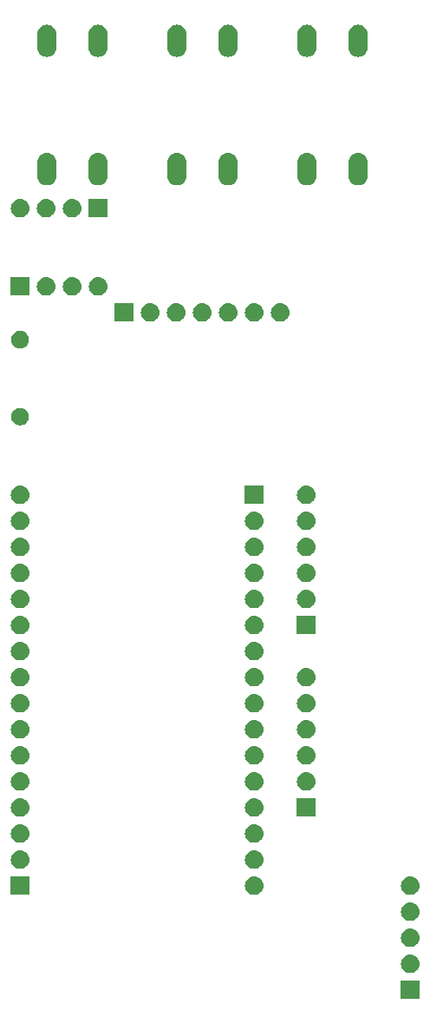
<source format=gbr>
G04 #@! TF.GenerationSoftware,KiCad,Pcbnew,(5.1.0)-1*
G04 #@! TF.CreationDate,2019-04-29T20:29:36+02:00*
G04 #@! TF.ProjectId,diyaltimeter.de,64697961-6c74-4696-9d65-7465722e6465,rev?*
G04 #@! TF.SameCoordinates,Original*
G04 #@! TF.FileFunction,Soldermask,Bot*
G04 #@! TF.FilePolarity,Negative*
%FSLAX46Y46*%
G04 Gerber Fmt 4.6, Leading zero omitted, Abs format (unit mm)*
G04 Created by KiCad (PCBNEW (5.1.0)-1) date 2019-04-29 20:29:36*
%MOMM*%
%LPD*%
G04 APERTURE LIST*
%ADD10C,0.100000*%
G04 APERTURE END LIST*
D10*
G36*
X110121000Y-178701000D02*
G01*
X108319000Y-178701000D01*
X108319000Y-176899000D01*
X110121000Y-176899000D01*
X110121000Y-178701000D01*
X110121000Y-178701000D01*
G37*
G36*
X109330442Y-174365518D02*
G01*
X109396627Y-174372037D01*
X109566466Y-174423557D01*
X109722991Y-174507222D01*
X109758729Y-174536552D01*
X109860186Y-174619814D01*
X109943448Y-174721271D01*
X109972778Y-174757009D01*
X110056443Y-174913534D01*
X110107963Y-175083373D01*
X110125359Y-175260000D01*
X110107963Y-175436627D01*
X110056443Y-175606466D01*
X109972778Y-175762991D01*
X109943448Y-175798729D01*
X109860186Y-175900186D01*
X109758729Y-175983448D01*
X109722991Y-176012778D01*
X109566466Y-176096443D01*
X109396627Y-176147963D01*
X109330443Y-176154481D01*
X109264260Y-176161000D01*
X109175740Y-176161000D01*
X109109557Y-176154481D01*
X109043373Y-176147963D01*
X108873534Y-176096443D01*
X108717009Y-176012778D01*
X108681271Y-175983448D01*
X108579814Y-175900186D01*
X108496552Y-175798729D01*
X108467222Y-175762991D01*
X108383557Y-175606466D01*
X108332037Y-175436627D01*
X108314641Y-175260000D01*
X108332037Y-175083373D01*
X108383557Y-174913534D01*
X108467222Y-174757009D01*
X108496552Y-174721271D01*
X108579814Y-174619814D01*
X108681271Y-174536552D01*
X108717009Y-174507222D01*
X108873534Y-174423557D01*
X109043373Y-174372037D01*
X109109558Y-174365518D01*
X109175740Y-174359000D01*
X109264260Y-174359000D01*
X109330442Y-174365518D01*
X109330442Y-174365518D01*
G37*
G36*
X109330443Y-171825519D02*
G01*
X109396627Y-171832037D01*
X109566466Y-171883557D01*
X109722991Y-171967222D01*
X109758729Y-171996552D01*
X109860186Y-172079814D01*
X109943448Y-172181271D01*
X109972778Y-172217009D01*
X110056443Y-172373534D01*
X110107963Y-172543373D01*
X110125359Y-172720000D01*
X110107963Y-172896627D01*
X110056443Y-173066466D01*
X109972778Y-173222991D01*
X109943448Y-173258729D01*
X109860186Y-173360186D01*
X109758729Y-173443448D01*
X109722991Y-173472778D01*
X109566466Y-173556443D01*
X109396627Y-173607963D01*
X109330443Y-173614481D01*
X109264260Y-173621000D01*
X109175740Y-173621000D01*
X109109557Y-173614481D01*
X109043373Y-173607963D01*
X108873534Y-173556443D01*
X108717009Y-173472778D01*
X108681271Y-173443448D01*
X108579814Y-173360186D01*
X108496552Y-173258729D01*
X108467222Y-173222991D01*
X108383557Y-173066466D01*
X108332037Y-172896627D01*
X108314641Y-172720000D01*
X108332037Y-172543373D01*
X108383557Y-172373534D01*
X108467222Y-172217009D01*
X108496552Y-172181271D01*
X108579814Y-172079814D01*
X108681271Y-171996552D01*
X108717009Y-171967222D01*
X108873534Y-171883557D01*
X109043373Y-171832037D01*
X109109557Y-171825519D01*
X109175740Y-171819000D01*
X109264260Y-171819000D01*
X109330443Y-171825519D01*
X109330443Y-171825519D01*
G37*
G36*
X109330443Y-169285519D02*
G01*
X109396627Y-169292037D01*
X109566466Y-169343557D01*
X109722991Y-169427222D01*
X109758729Y-169456552D01*
X109860186Y-169539814D01*
X109943448Y-169641271D01*
X109972778Y-169677009D01*
X110056443Y-169833534D01*
X110107963Y-170003373D01*
X110125359Y-170180000D01*
X110107963Y-170356627D01*
X110056443Y-170526466D01*
X109972778Y-170682991D01*
X109943448Y-170718729D01*
X109860186Y-170820186D01*
X109758729Y-170903448D01*
X109722991Y-170932778D01*
X109566466Y-171016443D01*
X109396627Y-171067963D01*
X109330443Y-171074481D01*
X109264260Y-171081000D01*
X109175740Y-171081000D01*
X109109557Y-171074481D01*
X109043373Y-171067963D01*
X108873534Y-171016443D01*
X108717009Y-170932778D01*
X108681271Y-170903448D01*
X108579814Y-170820186D01*
X108496552Y-170718729D01*
X108467222Y-170682991D01*
X108383557Y-170526466D01*
X108332037Y-170356627D01*
X108314641Y-170180000D01*
X108332037Y-170003373D01*
X108383557Y-169833534D01*
X108467222Y-169677009D01*
X108496552Y-169641271D01*
X108579814Y-169539814D01*
X108681271Y-169456552D01*
X108717009Y-169427222D01*
X108873534Y-169343557D01*
X109043373Y-169292037D01*
X109109557Y-169285519D01*
X109175740Y-169279000D01*
X109264260Y-169279000D01*
X109330443Y-169285519D01*
X109330443Y-169285519D01*
G37*
G36*
X94090442Y-166745518D02*
G01*
X94156627Y-166752037D01*
X94326466Y-166803557D01*
X94482991Y-166887222D01*
X94518729Y-166916552D01*
X94620186Y-166999814D01*
X94703448Y-167101271D01*
X94732778Y-167137009D01*
X94816443Y-167293534D01*
X94867963Y-167463373D01*
X94885359Y-167640000D01*
X94867963Y-167816627D01*
X94816443Y-167986466D01*
X94732778Y-168142991D01*
X94703448Y-168178729D01*
X94620186Y-168280186D01*
X94518729Y-168363448D01*
X94482991Y-168392778D01*
X94326466Y-168476443D01*
X94156627Y-168527963D01*
X94090442Y-168534482D01*
X94024260Y-168541000D01*
X93935740Y-168541000D01*
X93869558Y-168534482D01*
X93803373Y-168527963D01*
X93633534Y-168476443D01*
X93477009Y-168392778D01*
X93441271Y-168363448D01*
X93339814Y-168280186D01*
X93256552Y-168178729D01*
X93227222Y-168142991D01*
X93143557Y-167986466D01*
X93092037Y-167816627D01*
X93074641Y-167640000D01*
X93092037Y-167463373D01*
X93143557Y-167293534D01*
X93227222Y-167137009D01*
X93256552Y-167101271D01*
X93339814Y-166999814D01*
X93441271Y-166916552D01*
X93477009Y-166887222D01*
X93633534Y-166803557D01*
X93803373Y-166752037D01*
X93869558Y-166745518D01*
X93935740Y-166739000D01*
X94024260Y-166739000D01*
X94090442Y-166745518D01*
X94090442Y-166745518D01*
G37*
G36*
X109330442Y-166745518D02*
G01*
X109396627Y-166752037D01*
X109566466Y-166803557D01*
X109722991Y-166887222D01*
X109758729Y-166916552D01*
X109860186Y-166999814D01*
X109943448Y-167101271D01*
X109972778Y-167137009D01*
X110056443Y-167293534D01*
X110107963Y-167463373D01*
X110125359Y-167640000D01*
X110107963Y-167816627D01*
X110056443Y-167986466D01*
X109972778Y-168142991D01*
X109943448Y-168178729D01*
X109860186Y-168280186D01*
X109758729Y-168363448D01*
X109722991Y-168392778D01*
X109566466Y-168476443D01*
X109396627Y-168527963D01*
X109330442Y-168534482D01*
X109264260Y-168541000D01*
X109175740Y-168541000D01*
X109109558Y-168534482D01*
X109043373Y-168527963D01*
X108873534Y-168476443D01*
X108717009Y-168392778D01*
X108681271Y-168363448D01*
X108579814Y-168280186D01*
X108496552Y-168178729D01*
X108467222Y-168142991D01*
X108383557Y-167986466D01*
X108332037Y-167816627D01*
X108314641Y-167640000D01*
X108332037Y-167463373D01*
X108383557Y-167293534D01*
X108467222Y-167137009D01*
X108496552Y-167101271D01*
X108579814Y-166999814D01*
X108681271Y-166916552D01*
X108717009Y-166887222D01*
X108873534Y-166803557D01*
X109043373Y-166752037D01*
X109109558Y-166745518D01*
X109175740Y-166739000D01*
X109264260Y-166739000D01*
X109330442Y-166745518D01*
X109330442Y-166745518D01*
G37*
G36*
X72021000Y-168541000D02*
G01*
X70219000Y-168541000D01*
X70219000Y-166739000D01*
X72021000Y-166739000D01*
X72021000Y-168541000D01*
X72021000Y-168541000D01*
G37*
G36*
X71230442Y-164205518D02*
G01*
X71296627Y-164212037D01*
X71466466Y-164263557D01*
X71622991Y-164347222D01*
X71658729Y-164376552D01*
X71760186Y-164459814D01*
X71843448Y-164561271D01*
X71872778Y-164597009D01*
X71956443Y-164753534D01*
X72007963Y-164923373D01*
X72025359Y-165100000D01*
X72007963Y-165276627D01*
X71956443Y-165446466D01*
X71872778Y-165602991D01*
X71843448Y-165638729D01*
X71760186Y-165740186D01*
X71658729Y-165823448D01*
X71622991Y-165852778D01*
X71466466Y-165936443D01*
X71296627Y-165987963D01*
X71230443Y-165994481D01*
X71164260Y-166001000D01*
X71075740Y-166001000D01*
X71009557Y-165994481D01*
X70943373Y-165987963D01*
X70773534Y-165936443D01*
X70617009Y-165852778D01*
X70581271Y-165823448D01*
X70479814Y-165740186D01*
X70396552Y-165638729D01*
X70367222Y-165602991D01*
X70283557Y-165446466D01*
X70232037Y-165276627D01*
X70214641Y-165100000D01*
X70232037Y-164923373D01*
X70283557Y-164753534D01*
X70367222Y-164597009D01*
X70396552Y-164561271D01*
X70479814Y-164459814D01*
X70581271Y-164376552D01*
X70617009Y-164347222D01*
X70773534Y-164263557D01*
X70943373Y-164212037D01*
X71009558Y-164205518D01*
X71075740Y-164199000D01*
X71164260Y-164199000D01*
X71230442Y-164205518D01*
X71230442Y-164205518D01*
G37*
G36*
X94090442Y-164205518D02*
G01*
X94156627Y-164212037D01*
X94326466Y-164263557D01*
X94482991Y-164347222D01*
X94518729Y-164376552D01*
X94620186Y-164459814D01*
X94703448Y-164561271D01*
X94732778Y-164597009D01*
X94816443Y-164753534D01*
X94867963Y-164923373D01*
X94885359Y-165100000D01*
X94867963Y-165276627D01*
X94816443Y-165446466D01*
X94732778Y-165602991D01*
X94703448Y-165638729D01*
X94620186Y-165740186D01*
X94518729Y-165823448D01*
X94482991Y-165852778D01*
X94326466Y-165936443D01*
X94156627Y-165987963D01*
X94090443Y-165994481D01*
X94024260Y-166001000D01*
X93935740Y-166001000D01*
X93869557Y-165994481D01*
X93803373Y-165987963D01*
X93633534Y-165936443D01*
X93477009Y-165852778D01*
X93441271Y-165823448D01*
X93339814Y-165740186D01*
X93256552Y-165638729D01*
X93227222Y-165602991D01*
X93143557Y-165446466D01*
X93092037Y-165276627D01*
X93074641Y-165100000D01*
X93092037Y-164923373D01*
X93143557Y-164753534D01*
X93227222Y-164597009D01*
X93256552Y-164561271D01*
X93339814Y-164459814D01*
X93441271Y-164376552D01*
X93477009Y-164347222D01*
X93633534Y-164263557D01*
X93803373Y-164212037D01*
X93869558Y-164205518D01*
X93935740Y-164199000D01*
X94024260Y-164199000D01*
X94090442Y-164205518D01*
X94090442Y-164205518D01*
G37*
G36*
X71230442Y-161665518D02*
G01*
X71296627Y-161672037D01*
X71466466Y-161723557D01*
X71622991Y-161807222D01*
X71658729Y-161836552D01*
X71760186Y-161919814D01*
X71843448Y-162021271D01*
X71872778Y-162057009D01*
X71956443Y-162213534D01*
X72007963Y-162383373D01*
X72025359Y-162560000D01*
X72007963Y-162736627D01*
X71956443Y-162906466D01*
X71872778Y-163062991D01*
X71843448Y-163098729D01*
X71760186Y-163200186D01*
X71658729Y-163283448D01*
X71622991Y-163312778D01*
X71466466Y-163396443D01*
X71296627Y-163447963D01*
X71230442Y-163454482D01*
X71164260Y-163461000D01*
X71075740Y-163461000D01*
X71009558Y-163454482D01*
X70943373Y-163447963D01*
X70773534Y-163396443D01*
X70617009Y-163312778D01*
X70581271Y-163283448D01*
X70479814Y-163200186D01*
X70396552Y-163098729D01*
X70367222Y-163062991D01*
X70283557Y-162906466D01*
X70232037Y-162736627D01*
X70214641Y-162560000D01*
X70232037Y-162383373D01*
X70283557Y-162213534D01*
X70367222Y-162057009D01*
X70396552Y-162021271D01*
X70479814Y-161919814D01*
X70581271Y-161836552D01*
X70617009Y-161807222D01*
X70773534Y-161723557D01*
X70943373Y-161672037D01*
X71009558Y-161665518D01*
X71075740Y-161659000D01*
X71164260Y-161659000D01*
X71230442Y-161665518D01*
X71230442Y-161665518D01*
G37*
G36*
X94090442Y-161665518D02*
G01*
X94156627Y-161672037D01*
X94326466Y-161723557D01*
X94482991Y-161807222D01*
X94518729Y-161836552D01*
X94620186Y-161919814D01*
X94703448Y-162021271D01*
X94732778Y-162057009D01*
X94816443Y-162213534D01*
X94867963Y-162383373D01*
X94885359Y-162560000D01*
X94867963Y-162736627D01*
X94816443Y-162906466D01*
X94732778Y-163062991D01*
X94703448Y-163098729D01*
X94620186Y-163200186D01*
X94518729Y-163283448D01*
X94482991Y-163312778D01*
X94326466Y-163396443D01*
X94156627Y-163447963D01*
X94090442Y-163454482D01*
X94024260Y-163461000D01*
X93935740Y-163461000D01*
X93869558Y-163454482D01*
X93803373Y-163447963D01*
X93633534Y-163396443D01*
X93477009Y-163312778D01*
X93441271Y-163283448D01*
X93339814Y-163200186D01*
X93256552Y-163098729D01*
X93227222Y-163062991D01*
X93143557Y-162906466D01*
X93092037Y-162736627D01*
X93074641Y-162560000D01*
X93092037Y-162383373D01*
X93143557Y-162213534D01*
X93227222Y-162057009D01*
X93256552Y-162021271D01*
X93339814Y-161919814D01*
X93441271Y-161836552D01*
X93477009Y-161807222D01*
X93633534Y-161723557D01*
X93803373Y-161672037D01*
X93869558Y-161665518D01*
X93935740Y-161659000D01*
X94024260Y-161659000D01*
X94090442Y-161665518D01*
X94090442Y-161665518D01*
G37*
G36*
X71230442Y-159125518D02*
G01*
X71296627Y-159132037D01*
X71466466Y-159183557D01*
X71622991Y-159267222D01*
X71658729Y-159296552D01*
X71760186Y-159379814D01*
X71843448Y-159481271D01*
X71872778Y-159517009D01*
X71956443Y-159673534D01*
X72007963Y-159843373D01*
X72025359Y-160020000D01*
X72007963Y-160196627D01*
X71956443Y-160366466D01*
X71872778Y-160522991D01*
X71843448Y-160558729D01*
X71760186Y-160660186D01*
X71658729Y-160743448D01*
X71622991Y-160772778D01*
X71466466Y-160856443D01*
X71296627Y-160907963D01*
X71230442Y-160914482D01*
X71164260Y-160921000D01*
X71075740Y-160921000D01*
X71009558Y-160914482D01*
X70943373Y-160907963D01*
X70773534Y-160856443D01*
X70617009Y-160772778D01*
X70581271Y-160743448D01*
X70479814Y-160660186D01*
X70396552Y-160558729D01*
X70367222Y-160522991D01*
X70283557Y-160366466D01*
X70232037Y-160196627D01*
X70214641Y-160020000D01*
X70232037Y-159843373D01*
X70283557Y-159673534D01*
X70367222Y-159517009D01*
X70396552Y-159481271D01*
X70479814Y-159379814D01*
X70581271Y-159296552D01*
X70617009Y-159267222D01*
X70773534Y-159183557D01*
X70943373Y-159132037D01*
X71009558Y-159125518D01*
X71075740Y-159119000D01*
X71164260Y-159119000D01*
X71230442Y-159125518D01*
X71230442Y-159125518D01*
G37*
G36*
X94090442Y-159125518D02*
G01*
X94156627Y-159132037D01*
X94326466Y-159183557D01*
X94482991Y-159267222D01*
X94518729Y-159296552D01*
X94620186Y-159379814D01*
X94703448Y-159481271D01*
X94732778Y-159517009D01*
X94816443Y-159673534D01*
X94867963Y-159843373D01*
X94885359Y-160020000D01*
X94867963Y-160196627D01*
X94816443Y-160366466D01*
X94732778Y-160522991D01*
X94703448Y-160558729D01*
X94620186Y-160660186D01*
X94518729Y-160743448D01*
X94482991Y-160772778D01*
X94326466Y-160856443D01*
X94156627Y-160907963D01*
X94090442Y-160914482D01*
X94024260Y-160921000D01*
X93935740Y-160921000D01*
X93869558Y-160914482D01*
X93803373Y-160907963D01*
X93633534Y-160856443D01*
X93477009Y-160772778D01*
X93441271Y-160743448D01*
X93339814Y-160660186D01*
X93256552Y-160558729D01*
X93227222Y-160522991D01*
X93143557Y-160366466D01*
X93092037Y-160196627D01*
X93074641Y-160020000D01*
X93092037Y-159843373D01*
X93143557Y-159673534D01*
X93227222Y-159517009D01*
X93256552Y-159481271D01*
X93339814Y-159379814D01*
X93441271Y-159296552D01*
X93477009Y-159267222D01*
X93633534Y-159183557D01*
X93803373Y-159132037D01*
X93869558Y-159125518D01*
X93935740Y-159119000D01*
X94024260Y-159119000D01*
X94090442Y-159125518D01*
X94090442Y-159125518D01*
G37*
G36*
X99961000Y-160921000D02*
G01*
X98159000Y-160921000D01*
X98159000Y-159119000D01*
X99961000Y-159119000D01*
X99961000Y-160921000D01*
X99961000Y-160921000D01*
G37*
G36*
X94090443Y-156585519D02*
G01*
X94156627Y-156592037D01*
X94326466Y-156643557D01*
X94482991Y-156727222D01*
X94518729Y-156756552D01*
X94620186Y-156839814D01*
X94703448Y-156941271D01*
X94732778Y-156977009D01*
X94816443Y-157133534D01*
X94867963Y-157303373D01*
X94885359Y-157480000D01*
X94867963Y-157656627D01*
X94816443Y-157826466D01*
X94732778Y-157982991D01*
X94703448Y-158018729D01*
X94620186Y-158120186D01*
X94518729Y-158203448D01*
X94482991Y-158232778D01*
X94326466Y-158316443D01*
X94156627Y-158367963D01*
X94090442Y-158374482D01*
X94024260Y-158381000D01*
X93935740Y-158381000D01*
X93869558Y-158374482D01*
X93803373Y-158367963D01*
X93633534Y-158316443D01*
X93477009Y-158232778D01*
X93441271Y-158203448D01*
X93339814Y-158120186D01*
X93256552Y-158018729D01*
X93227222Y-157982991D01*
X93143557Y-157826466D01*
X93092037Y-157656627D01*
X93074641Y-157480000D01*
X93092037Y-157303373D01*
X93143557Y-157133534D01*
X93227222Y-156977009D01*
X93256552Y-156941271D01*
X93339814Y-156839814D01*
X93441271Y-156756552D01*
X93477009Y-156727222D01*
X93633534Y-156643557D01*
X93803373Y-156592037D01*
X93869557Y-156585519D01*
X93935740Y-156579000D01*
X94024260Y-156579000D01*
X94090443Y-156585519D01*
X94090443Y-156585519D01*
G37*
G36*
X71230443Y-156585519D02*
G01*
X71296627Y-156592037D01*
X71466466Y-156643557D01*
X71622991Y-156727222D01*
X71658729Y-156756552D01*
X71760186Y-156839814D01*
X71843448Y-156941271D01*
X71872778Y-156977009D01*
X71956443Y-157133534D01*
X72007963Y-157303373D01*
X72025359Y-157480000D01*
X72007963Y-157656627D01*
X71956443Y-157826466D01*
X71872778Y-157982991D01*
X71843448Y-158018729D01*
X71760186Y-158120186D01*
X71658729Y-158203448D01*
X71622991Y-158232778D01*
X71466466Y-158316443D01*
X71296627Y-158367963D01*
X71230442Y-158374482D01*
X71164260Y-158381000D01*
X71075740Y-158381000D01*
X71009558Y-158374482D01*
X70943373Y-158367963D01*
X70773534Y-158316443D01*
X70617009Y-158232778D01*
X70581271Y-158203448D01*
X70479814Y-158120186D01*
X70396552Y-158018729D01*
X70367222Y-157982991D01*
X70283557Y-157826466D01*
X70232037Y-157656627D01*
X70214641Y-157480000D01*
X70232037Y-157303373D01*
X70283557Y-157133534D01*
X70367222Y-156977009D01*
X70396552Y-156941271D01*
X70479814Y-156839814D01*
X70581271Y-156756552D01*
X70617009Y-156727222D01*
X70773534Y-156643557D01*
X70943373Y-156592037D01*
X71009557Y-156585519D01*
X71075740Y-156579000D01*
X71164260Y-156579000D01*
X71230443Y-156585519D01*
X71230443Y-156585519D01*
G37*
G36*
X99170443Y-156585519D02*
G01*
X99236627Y-156592037D01*
X99406466Y-156643557D01*
X99562991Y-156727222D01*
X99598729Y-156756552D01*
X99700186Y-156839814D01*
X99783448Y-156941271D01*
X99812778Y-156977009D01*
X99896443Y-157133534D01*
X99947963Y-157303373D01*
X99965359Y-157480000D01*
X99947963Y-157656627D01*
X99896443Y-157826466D01*
X99812778Y-157982991D01*
X99783448Y-158018729D01*
X99700186Y-158120186D01*
X99598729Y-158203448D01*
X99562991Y-158232778D01*
X99406466Y-158316443D01*
X99236627Y-158367963D01*
X99170442Y-158374482D01*
X99104260Y-158381000D01*
X99015740Y-158381000D01*
X98949558Y-158374482D01*
X98883373Y-158367963D01*
X98713534Y-158316443D01*
X98557009Y-158232778D01*
X98521271Y-158203448D01*
X98419814Y-158120186D01*
X98336552Y-158018729D01*
X98307222Y-157982991D01*
X98223557Y-157826466D01*
X98172037Y-157656627D01*
X98154641Y-157480000D01*
X98172037Y-157303373D01*
X98223557Y-157133534D01*
X98307222Y-156977009D01*
X98336552Y-156941271D01*
X98419814Y-156839814D01*
X98521271Y-156756552D01*
X98557009Y-156727222D01*
X98713534Y-156643557D01*
X98883373Y-156592037D01*
X98949557Y-156585519D01*
X99015740Y-156579000D01*
X99104260Y-156579000D01*
X99170443Y-156585519D01*
X99170443Y-156585519D01*
G37*
G36*
X71230442Y-154045518D02*
G01*
X71296627Y-154052037D01*
X71466466Y-154103557D01*
X71622991Y-154187222D01*
X71658729Y-154216552D01*
X71760186Y-154299814D01*
X71843448Y-154401271D01*
X71872778Y-154437009D01*
X71956443Y-154593534D01*
X72007963Y-154763373D01*
X72025359Y-154940000D01*
X72007963Y-155116627D01*
X71956443Y-155286466D01*
X71872778Y-155442991D01*
X71843448Y-155478729D01*
X71760186Y-155580186D01*
X71658729Y-155663448D01*
X71622991Y-155692778D01*
X71466466Y-155776443D01*
X71296627Y-155827963D01*
X71230442Y-155834482D01*
X71164260Y-155841000D01*
X71075740Y-155841000D01*
X71009558Y-155834482D01*
X70943373Y-155827963D01*
X70773534Y-155776443D01*
X70617009Y-155692778D01*
X70581271Y-155663448D01*
X70479814Y-155580186D01*
X70396552Y-155478729D01*
X70367222Y-155442991D01*
X70283557Y-155286466D01*
X70232037Y-155116627D01*
X70214641Y-154940000D01*
X70232037Y-154763373D01*
X70283557Y-154593534D01*
X70367222Y-154437009D01*
X70396552Y-154401271D01*
X70479814Y-154299814D01*
X70581271Y-154216552D01*
X70617009Y-154187222D01*
X70773534Y-154103557D01*
X70943373Y-154052037D01*
X71009558Y-154045518D01*
X71075740Y-154039000D01*
X71164260Y-154039000D01*
X71230442Y-154045518D01*
X71230442Y-154045518D01*
G37*
G36*
X99170442Y-154045518D02*
G01*
X99236627Y-154052037D01*
X99406466Y-154103557D01*
X99562991Y-154187222D01*
X99598729Y-154216552D01*
X99700186Y-154299814D01*
X99783448Y-154401271D01*
X99812778Y-154437009D01*
X99896443Y-154593534D01*
X99947963Y-154763373D01*
X99965359Y-154940000D01*
X99947963Y-155116627D01*
X99896443Y-155286466D01*
X99812778Y-155442991D01*
X99783448Y-155478729D01*
X99700186Y-155580186D01*
X99598729Y-155663448D01*
X99562991Y-155692778D01*
X99406466Y-155776443D01*
X99236627Y-155827963D01*
X99170442Y-155834482D01*
X99104260Y-155841000D01*
X99015740Y-155841000D01*
X98949558Y-155834482D01*
X98883373Y-155827963D01*
X98713534Y-155776443D01*
X98557009Y-155692778D01*
X98521271Y-155663448D01*
X98419814Y-155580186D01*
X98336552Y-155478729D01*
X98307222Y-155442991D01*
X98223557Y-155286466D01*
X98172037Y-155116627D01*
X98154641Y-154940000D01*
X98172037Y-154763373D01*
X98223557Y-154593534D01*
X98307222Y-154437009D01*
X98336552Y-154401271D01*
X98419814Y-154299814D01*
X98521271Y-154216552D01*
X98557009Y-154187222D01*
X98713534Y-154103557D01*
X98883373Y-154052037D01*
X98949558Y-154045518D01*
X99015740Y-154039000D01*
X99104260Y-154039000D01*
X99170442Y-154045518D01*
X99170442Y-154045518D01*
G37*
G36*
X94090442Y-154045518D02*
G01*
X94156627Y-154052037D01*
X94326466Y-154103557D01*
X94482991Y-154187222D01*
X94518729Y-154216552D01*
X94620186Y-154299814D01*
X94703448Y-154401271D01*
X94732778Y-154437009D01*
X94816443Y-154593534D01*
X94867963Y-154763373D01*
X94885359Y-154940000D01*
X94867963Y-155116627D01*
X94816443Y-155286466D01*
X94732778Y-155442991D01*
X94703448Y-155478729D01*
X94620186Y-155580186D01*
X94518729Y-155663448D01*
X94482991Y-155692778D01*
X94326466Y-155776443D01*
X94156627Y-155827963D01*
X94090442Y-155834482D01*
X94024260Y-155841000D01*
X93935740Y-155841000D01*
X93869558Y-155834482D01*
X93803373Y-155827963D01*
X93633534Y-155776443D01*
X93477009Y-155692778D01*
X93441271Y-155663448D01*
X93339814Y-155580186D01*
X93256552Y-155478729D01*
X93227222Y-155442991D01*
X93143557Y-155286466D01*
X93092037Y-155116627D01*
X93074641Y-154940000D01*
X93092037Y-154763373D01*
X93143557Y-154593534D01*
X93227222Y-154437009D01*
X93256552Y-154401271D01*
X93339814Y-154299814D01*
X93441271Y-154216552D01*
X93477009Y-154187222D01*
X93633534Y-154103557D01*
X93803373Y-154052037D01*
X93869558Y-154045518D01*
X93935740Y-154039000D01*
X94024260Y-154039000D01*
X94090442Y-154045518D01*
X94090442Y-154045518D01*
G37*
G36*
X94090443Y-151505519D02*
G01*
X94156627Y-151512037D01*
X94326466Y-151563557D01*
X94482991Y-151647222D01*
X94518729Y-151676552D01*
X94620186Y-151759814D01*
X94703448Y-151861271D01*
X94732778Y-151897009D01*
X94816443Y-152053534D01*
X94867963Y-152223373D01*
X94885359Y-152400000D01*
X94867963Y-152576627D01*
X94816443Y-152746466D01*
X94732778Y-152902991D01*
X94703448Y-152938729D01*
X94620186Y-153040186D01*
X94518729Y-153123448D01*
X94482991Y-153152778D01*
X94326466Y-153236443D01*
X94156627Y-153287963D01*
X94090443Y-153294481D01*
X94024260Y-153301000D01*
X93935740Y-153301000D01*
X93869557Y-153294481D01*
X93803373Y-153287963D01*
X93633534Y-153236443D01*
X93477009Y-153152778D01*
X93441271Y-153123448D01*
X93339814Y-153040186D01*
X93256552Y-152938729D01*
X93227222Y-152902991D01*
X93143557Y-152746466D01*
X93092037Y-152576627D01*
X93074641Y-152400000D01*
X93092037Y-152223373D01*
X93143557Y-152053534D01*
X93227222Y-151897009D01*
X93256552Y-151861271D01*
X93339814Y-151759814D01*
X93441271Y-151676552D01*
X93477009Y-151647222D01*
X93633534Y-151563557D01*
X93803373Y-151512037D01*
X93869557Y-151505519D01*
X93935740Y-151499000D01*
X94024260Y-151499000D01*
X94090443Y-151505519D01*
X94090443Y-151505519D01*
G37*
G36*
X99170443Y-151505519D02*
G01*
X99236627Y-151512037D01*
X99406466Y-151563557D01*
X99562991Y-151647222D01*
X99598729Y-151676552D01*
X99700186Y-151759814D01*
X99783448Y-151861271D01*
X99812778Y-151897009D01*
X99896443Y-152053534D01*
X99947963Y-152223373D01*
X99965359Y-152400000D01*
X99947963Y-152576627D01*
X99896443Y-152746466D01*
X99812778Y-152902991D01*
X99783448Y-152938729D01*
X99700186Y-153040186D01*
X99598729Y-153123448D01*
X99562991Y-153152778D01*
X99406466Y-153236443D01*
X99236627Y-153287963D01*
X99170443Y-153294481D01*
X99104260Y-153301000D01*
X99015740Y-153301000D01*
X98949557Y-153294481D01*
X98883373Y-153287963D01*
X98713534Y-153236443D01*
X98557009Y-153152778D01*
X98521271Y-153123448D01*
X98419814Y-153040186D01*
X98336552Y-152938729D01*
X98307222Y-152902991D01*
X98223557Y-152746466D01*
X98172037Y-152576627D01*
X98154641Y-152400000D01*
X98172037Y-152223373D01*
X98223557Y-152053534D01*
X98307222Y-151897009D01*
X98336552Y-151861271D01*
X98419814Y-151759814D01*
X98521271Y-151676552D01*
X98557009Y-151647222D01*
X98713534Y-151563557D01*
X98883373Y-151512037D01*
X98949557Y-151505519D01*
X99015740Y-151499000D01*
X99104260Y-151499000D01*
X99170443Y-151505519D01*
X99170443Y-151505519D01*
G37*
G36*
X71230443Y-151505519D02*
G01*
X71296627Y-151512037D01*
X71466466Y-151563557D01*
X71622991Y-151647222D01*
X71658729Y-151676552D01*
X71760186Y-151759814D01*
X71843448Y-151861271D01*
X71872778Y-151897009D01*
X71956443Y-152053534D01*
X72007963Y-152223373D01*
X72025359Y-152400000D01*
X72007963Y-152576627D01*
X71956443Y-152746466D01*
X71872778Y-152902991D01*
X71843448Y-152938729D01*
X71760186Y-153040186D01*
X71658729Y-153123448D01*
X71622991Y-153152778D01*
X71466466Y-153236443D01*
X71296627Y-153287963D01*
X71230443Y-153294481D01*
X71164260Y-153301000D01*
X71075740Y-153301000D01*
X71009557Y-153294481D01*
X70943373Y-153287963D01*
X70773534Y-153236443D01*
X70617009Y-153152778D01*
X70581271Y-153123448D01*
X70479814Y-153040186D01*
X70396552Y-152938729D01*
X70367222Y-152902991D01*
X70283557Y-152746466D01*
X70232037Y-152576627D01*
X70214641Y-152400000D01*
X70232037Y-152223373D01*
X70283557Y-152053534D01*
X70367222Y-151897009D01*
X70396552Y-151861271D01*
X70479814Y-151759814D01*
X70581271Y-151676552D01*
X70617009Y-151647222D01*
X70773534Y-151563557D01*
X70943373Y-151512037D01*
X71009557Y-151505519D01*
X71075740Y-151499000D01*
X71164260Y-151499000D01*
X71230443Y-151505519D01*
X71230443Y-151505519D01*
G37*
G36*
X99170443Y-148965519D02*
G01*
X99236627Y-148972037D01*
X99406466Y-149023557D01*
X99562991Y-149107222D01*
X99598729Y-149136552D01*
X99700186Y-149219814D01*
X99783448Y-149321271D01*
X99812778Y-149357009D01*
X99896443Y-149513534D01*
X99947963Y-149683373D01*
X99965359Y-149860000D01*
X99947963Y-150036627D01*
X99896443Y-150206466D01*
X99812778Y-150362991D01*
X99783448Y-150398729D01*
X99700186Y-150500186D01*
X99598729Y-150583448D01*
X99562991Y-150612778D01*
X99406466Y-150696443D01*
X99236627Y-150747963D01*
X99170443Y-150754481D01*
X99104260Y-150761000D01*
X99015740Y-150761000D01*
X98949557Y-150754481D01*
X98883373Y-150747963D01*
X98713534Y-150696443D01*
X98557009Y-150612778D01*
X98521271Y-150583448D01*
X98419814Y-150500186D01*
X98336552Y-150398729D01*
X98307222Y-150362991D01*
X98223557Y-150206466D01*
X98172037Y-150036627D01*
X98154641Y-149860000D01*
X98172037Y-149683373D01*
X98223557Y-149513534D01*
X98307222Y-149357009D01*
X98336552Y-149321271D01*
X98419814Y-149219814D01*
X98521271Y-149136552D01*
X98557009Y-149107222D01*
X98713534Y-149023557D01*
X98883373Y-148972037D01*
X98949557Y-148965519D01*
X99015740Y-148959000D01*
X99104260Y-148959000D01*
X99170443Y-148965519D01*
X99170443Y-148965519D01*
G37*
G36*
X94090443Y-148965519D02*
G01*
X94156627Y-148972037D01*
X94326466Y-149023557D01*
X94482991Y-149107222D01*
X94518729Y-149136552D01*
X94620186Y-149219814D01*
X94703448Y-149321271D01*
X94732778Y-149357009D01*
X94816443Y-149513534D01*
X94867963Y-149683373D01*
X94885359Y-149860000D01*
X94867963Y-150036627D01*
X94816443Y-150206466D01*
X94732778Y-150362991D01*
X94703448Y-150398729D01*
X94620186Y-150500186D01*
X94518729Y-150583448D01*
X94482991Y-150612778D01*
X94326466Y-150696443D01*
X94156627Y-150747963D01*
X94090443Y-150754481D01*
X94024260Y-150761000D01*
X93935740Y-150761000D01*
X93869557Y-150754481D01*
X93803373Y-150747963D01*
X93633534Y-150696443D01*
X93477009Y-150612778D01*
X93441271Y-150583448D01*
X93339814Y-150500186D01*
X93256552Y-150398729D01*
X93227222Y-150362991D01*
X93143557Y-150206466D01*
X93092037Y-150036627D01*
X93074641Y-149860000D01*
X93092037Y-149683373D01*
X93143557Y-149513534D01*
X93227222Y-149357009D01*
X93256552Y-149321271D01*
X93339814Y-149219814D01*
X93441271Y-149136552D01*
X93477009Y-149107222D01*
X93633534Y-149023557D01*
X93803373Y-148972037D01*
X93869557Y-148965519D01*
X93935740Y-148959000D01*
X94024260Y-148959000D01*
X94090443Y-148965519D01*
X94090443Y-148965519D01*
G37*
G36*
X71230443Y-148965519D02*
G01*
X71296627Y-148972037D01*
X71466466Y-149023557D01*
X71622991Y-149107222D01*
X71658729Y-149136552D01*
X71760186Y-149219814D01*
X71843448Y-149321271D01*
X71872778Y-149357009D01*
X71956443Y-149513534D01*
X72007963Y-149683373D01*
X72025359Y-149860000D01*
X72007963Y-150036627D01*
X71956443Y-150206466D01*
X71872778Y-150362991D01*
X71843448Y-150398729D01*
X71760186Y-150500186D01*
X71658729Y-150583448D01*
X71622991Y-150612778D01*
X71466466Y-150696443D01*
X71296627Y-150747963D01*
X71230443Y-150754481D01*
X71164260Y-150761000D01*
X71075740Y-150761000D01*
X71009557Y-150754481D01*
X70943373Y-150747963D01*
X70773534Y-150696443D01*
X70617009Y-150612778D01*
X70581271Y-150583448D01*
X70479814Y-150500186D01*
X70396552Y-150398729D01*
X70367222Y-150362991D01*
X70283557Y-150206466D01*
X70232037Y-150036627D01*
X70214641Y-149860000D01*
X70232037Y-149683373D01*
X70283557Y-149513534D01*
X70367222Y-149357009D01*
X70396552Y-149321271D01*
X70479814Y-149219814D01*
X70581271Y-149136552D01*
X70617009Y-149107222D01*
X70773534Y-149023557D01*
X70943373Y-148972037D01*
X71009557Y-148965519D01*
X71075740Y-148959000D01*
X71164260Y-148959000D01*
X71230443Y-148965519D01*
X71230443Y-148965519D01*
G37*
G36*
X99170442Y-146425518D02*
G01*
X99236627Y-146432037D01*
X99406466Y-146483557D01*
X99562991Y-146567222D01*
X99598729Y-146596552D01*
X99700186Y-146679814D01*
X99783448Y-146781271D01*
X99812778Y-146817009D01*
X99896443Y-146973534D01*
X99947963Y-147143373D01*
X99965359Y-147320000D01*
X99947963Y-147496627D01*
X99896443Y-147666466D01*
X99812778Y-147822991D01*
X99783448Y-147858729D01*
X99700186Y-147960186D01*
X99598729Y-148043448D01*
X99562991Y-148072778D01*
X99406466Y-148156443D01*
X99236627Y-148207963D01*
X99170442Y-148214482D01*
X99104260Y-148221000D01*
X99015740Y-148221000D01*
X98949558Y-148214482D01*
X98883373Y-148207963D01*
X98713534Y-148156443D01*
X98557009Y-148072778D01*
X98521271Y-148043448D01*
X98419814Y-147960186D01*
X98336552Y-147858729D01*
X98307222Y-147822991D01*
X98223557Y-147666466D01*
X98172037Y-147496627D01*
X98154641Y-147320000D01*
X98172037Y-147143373D01*
X98223557Y-146973534D01*
X98307222Y-146817009D01*
X98336552Y-146781271D01*
X98419814Y-146679814D01*
X98521271Y-146596552D01*
X98557009Y-146567222D01*
X98713534Y-146483557D01*
X98883373Y-146432037D01*
X98949558Y-146425518D01*
X99015740Y-146419000D01*
X99104260Y-146419000D01*
X99170442Y-146425518D01*
X99170442Y-146425518D01*
G37*
G36*
X94090442Y-146425518D02*
G01*
X94156627Y-146432037D01*
X94326466Y-146483557D01*
X94482991Y-146567222D01*
X94518729Y-146596552D01*
X94620186Y-146679814D01*
X94703448Y-146781271D01*
X94732778Y-146817009D01*
X94816443Y-146973534D01*
X94867963Y-147143373D01*
X94885359Y-147320000D01*
X94867963Y-147496627D01*
X94816443Y-147666466D01*
X94732778Y-147822991D01*
X94703448Y-147858729D01*
X94620186Y-147960186D01*
X94518729Y-148043448D01*
X94482991Y-148072778D01*
X94326466Y-148156443D01*
X94156627Y-148207963D01*
X94090442Y-148214482D01*
X94024260Y-148221000D01*
X93935740Y-148221000D01*
X93869558Y-148214482D01*
X93803373Y-148207963D01*
X93633534Y-148156443D01*
X93477009Y-148072778D01*
X93441271Y-148043448D01*
X93339814Y-147960186D01*
X93256552Y-147858729D01*
X93227222Y-147822991D01*
X93143557Y-147666466D01*
X93092037Y-147496627D01*
X93074641Y-147320000D01*
X93092037Y-147143373D01*
X93143557Y-146973534D01*
X93227222Y-146817009D01*
X93256552Y-146781271D01*
X93339814Y-146679814D01*
X93441271Y-146596552D01*
X93477009Y-146567222D01*
X93633534Y-146483557D01*
X93803373Y-146432037D01*
X93869558Y-146425518D01*
X93935740Y-146419000D01*
X94024260Y-146419000D01*
X94090442Y-146425518D01*
X94090442Y-146425518D01*
G37*
G36*
X71230442Y-146425518D02*
G01*
X71296627Y-146432037D01*
X71466466Y-146483557D01*
X71622991Y-146567222D01*
X71658729Y-146596552D01*
X71760186Y-146679814D01*
X71843448Y-146781271D01*
X71872778Y-146817009D01*
X71956443Y-146973534D01*
X72007963Y-147143373D01*
X72025359Y-147320000D01*
X72007963Y-147496627D01*
X71956443Y-147666466D01*
X71872778Y-147822991D01*
X71843448Y-147858729D01*
X71760186Y-147960186D01*
X71658729Y-148043448D01*
X71622991Y-148072778D01*
X71466466Y-148156443D01*
X71296627Y-148207963D01*
X71230442Y-148214482D01*
X71164260Y-148221000D01*
X71075740Y-148221000D01*
X71009558Y-148214482D01*
X70943373Y-148207963D01*
X70773534Y-148156443D01*
X70617009Y-148072778D01*
X70581271Y-148043448D01*
X70479814Y-147960186D01*
X70396552Y-147858729D01*
X70367222Y-147822991D01*
X70283557Y-147666466D01*
X70232037Y-147496627D01*
X70214641Y-147320000D01*
X70232037Y-147143373D01*
X70283557Y-146973534D01*
X70367222Y-146817009D01*
X70396552Y-146781271D01*
X70479814Y-146679814D01*
X70581271Y-146596552D01*
X70617009Y-146567222D01*
X70773534Y-146483557D01*
X70943373Y-146432037D01*
X71009558Y-146425518D01*
X71075740Y-146419000D01*
X71164260Y-146419000D01*
X71230442Y-146425518D01*
X71230442Y-146425518D01*
G37*
G36*
X71230443Y-143885519D02*
G01*
X71296627Y-143892037D01*
X71466466Y-143943557D01*
X71622991Y-144027222D01*
X71658729Y-144056552D01*
X71760186Y-144139814D01*
X71843448Y-144241271D01*
X71872778Y-144277009D01*
X71956443Y-144433534D01*
X72007963Y-144603373D01*
X72025359Y-144780000D01*
X72007963Y-144956627D01*
X71956443Y-145126466D01*
X71872778Y-145282991D01*
X71843448Y-145318729D01*
X71760186Y-145420186D01*
X71658729Y-145503448D01*
X71622991Y-145532778D01*
X71466466Y-145616443D01*
X71296627Y-145667963D01*
X71230443Y-145674481D01*
X71164260Y-145681000D01*
X71075740Y-145681000D01*
X71009557Y-145674481D01*
X70943373Y-145667963D01*
X70773534Y-145616443D01*
X70617009Y-145532778D01*
X70581271Y-145503448D01*
X70479814Y-145420186D01*
X70396552Y-145318729D01*
X70367222Y-145282991D01*
X70283557Y-145126466D01*
X70232037Y-144956627D01*
X70214641Y-144780000D01*
X70232037Y-144603373D01*
X70283557Y-144433534D01*
X70367222Y-144277009D01*
X70396552Y-144241271D01*
X70479814Y-144139814D01*
X70581271Y-144056552D01*
X70617009Y-144027222D01*
X70773534Y-143943557D01*
X70943373Y-143892037D01*
X71009557Y-143885519D01*
X71075740Y-143879000D01*
X71164260Y-143879000D01*
X71230443Y-143885519D01*
X71230443Y-143885519D01*
G37*
G36*
X94090443Y-143885519D02*
G01*
X94156627Y-143892037D01*
X94326466Y-143943557D01*
X94482991Y-144027222D01*
X94518729Y-144056552D01*
X94620186Y-144139814D01*
X94703448Y-144241271D01*
X94732778Y-144277009D01*
X94816443Y-144433534D01*
X94867963Y-144603373D01*
X94885359Y-144780000D01*
X94867963Y-144956627D01*
X94816443Y-145126466D01*
X94732778Y-145282991D01*
X94703448Y-145318729D01*
X94620186Y-145420186D01*
X94518729Y-145503448D01*
X94482991Y-145532778D01*
X94326466Y-145616443D01*
X94156627Y-145667963D01*
X94090443Y-145674481D01*
X94024260Y-145681000D01*
X93935740Y-145681000D01*
X93869557Y-145674481D01*
X93803373Y-145667963D01*
X93633534Y-145616443D01*
X93477009Y-145532778D01*
X93441271Y-145503448D01*
X93339814Y-145420186D01*
X93256552Y-145318729D01*
X93227222Y-145282991D01*
X93143557Y-145126466D01*
X93092037Y-144956627D01*
X93074641Y-144780000D01*
X93092037Y-144603373D01*
X93143557Y-144433534D01*
X93227222Y-144277009D01*
X93256552Y-144241271D01*
X93339814Y-144139814D01*
X93441271Y-144056552D01*
X93477009Y-144027222D01*
X93633534Y-143943557D01*
X93803373Y-143892037D01*
X93869557Y-143885519D01*
X93935740Y-143879000D01*
X94024260Y-143879000D01*
X94090443Y-143885519D01*
X94090443Y-143885519D01*
G37*
G36*
X99961000Y-143141000D02*
G01*
X98159000Y-143141000D01*
X98159000Y-141339000D01*
X99961000Y-141339000D01*
X99961000Y-143141000D01*
X99961000Y-143141000D01*
G37*
G36*
X71230442Y-141345518D02*
G01*
X71296627Y-141352037D01*
X71466466Y-141403557D01*
X71622991Y-141487222D01*
X71658729Y-141516552D01*
X71760186Y-141599814D01*
X71843448Y-141701271D01*
X71872778Y-141737009D01*
X71956443Y-141893534D01*
X72007963Y-142063373D01*
X72025359Y-142240000D01*
X72007963Y-142416627D01*
X71956443Y-142586466D01*
X71872778Y-142742991D01*
X71843448Y-142778729D01*
X71760186Y-142880186D01*
X71658729Y-142963448D01*
X71622991Y-142992778D01*
X71466466Y-143076443D01*
X71296627Y-143127963D01*
X71230443Y-143134481D01*
X71164260Y-143141000D01*
X71075740Y-143141000D01*
X71009557Y-143134481D01*
X70943373Y-143127963D01*
X70773534Y-143076443D01*
X70617009Y-142992778D01*
X70581271Y-142963448D01*
X70479814Y-142880186D01*
X70396552Y-142778729D01*
X70367222Y-142742991D01*
X70283557Y-142586466D01*
X70232037Y-142416627D01*
X70214641Y-142240000D01*
X70232037Y-142063373D01*
X70283557Y-141893534D01*
X70367222Y-141737009D01*
X70396552Y-141701271D01*
X70479814Y-141599814D01*
X70581271Y-141516552D01*
X70617009Y-141487222D01*
X70773534Y-141403557D01*
X70943373Y-141352037D01*
X71009558Y-141345518D01*
X71075740Y-141339000D01*
X71164260Y-141339000D01*
X71230442Y-141345518D01*
X71230442Y-141345518D01*
G37*
G36*
X94090442Y-141345518D02*
G01*
X94156627Y-141352037D01*
X94326466Y-141403557D01*
X94482991Y-141487222D01*
X94518729Y-141516552D01*
X94620186Y-141599814D01*
X94703448Y-141701271D01*
X94732778Y-141737009D01*
X94816443Y-141893534D01*
X94867963Y-142063373D01*
X94885359Y-142240000D01*
X94867963Y-142416627D01*
X94816443Y-142586466D01*
X94732778Y-142742991D01*
X94703448Y-142778729D01*
X94620186Y-142880186D01*
X94518729Y-142963448D01*
X94482991Y-142992778D01*
X94326466Y-143076443D01*
X94156627Y-143127963D01*
X94090443Y-143134481D01*
X94024260Y-143141000D01*
X93935740Y-143141000D01*
X93869557Y-143134481D01*
X93803373Y-143127963D01*
X93633534Y-143076443D01*
X93477009Y-142992778D01*
X93441271Y-142963448D01*
X93339814Y-142880186D01*
X93256552Y-142778729D01*
X93227222Y-142742991D01*
X93143557Y-142586466D01*
X93092037Y-142416627D01*
X93074641Y-142240000D01*
X93092037Y-142063373D01*
X93143557Y-141893534D01*
X93227222Y-141737009D01*
X93256552Y-141701271D01*
X93339814Y-141599814D01*
X93441271Y-141516552D01*
X93477009Y-141487222D01*
X93633534Y-141403557D01*
X93803373Y-141352037D01*
X93869558Y-141345518D01*
X93935740Y-141339000D01*
X94024260Y-141339000D01*
X94090442Y-141345518D01*
X94090442Y-141345518D01*
G37*
G36*
X99170442Y-138805518D02*
G01*
X99236627Y-138812037D01*
X99406466Y-138863557D01*
X99562991Y-138947222D01*
X99598729Y-138976552D01*
X99700186Y-139059814D01*
X99783448Y-139161271D01*
X99812778Y-139197009D01*
X99896443Y-139353534D01*
X99947963Y-139523373D01*
X99965359Y-139700000D01*
X99947963Y-139876627D01*
X99896443Y-140046466D01*
X99812778Y-140202991D01*
X99783448Y-140238729D01*
X99700186Y-140340186D01*
X99598729Y-140423448D01*
X99562991Y-140452778D01*
X99406466Y-140536443D01*
X99236627Y-140587963D01*
X99170442Y-140594482D01*
X99104260Y-140601000D01*
X99015740Y-140601000D01*
X98949558Y-140594482D01*
X98883373Y-140587963D01*
X98713534Y-140536443D01*
X98557009Y-140452778D01*
X98521271Y-140423448D01*
X98419814Y-140340186D01*
X98336552Y-140238729D01*
X98307222Y-140202991D01*
X98223557Y-140046466D01*
X98172037Y-139876627D01*
X98154641Y-139700000D01*
X98172037Y-139523373D01*
X98223557Y-139353534D01*
X98307222Y-139197009D01*
X98336552Y-139161271D01*
X98419814Y-139059814D01*
X98521271Y-138976552D01*
X98557009Y-138947222D01*
X98713534Y-138863557D01*
X98883373Y-138812037D01*
X98949558Y-138805518D01*
X99015740Y-138799000D01*
X99104260Y-138799000D01*
X99170442Y-138805518D01*
X99170442Y-138805518D01*
G37*
G36*
X94090442Y-138805518D02*
G01*
X94156627Y-138812037D01*
X94326466Y-138863557D01*
X94482991Y-138947222D01*
X94518729Y-138976552D01*
X94620186Y-139059814D01*
X94703448Y-139161271D01*
X94732778Y-139197009D01*
X94816443Y-139353534D01*
X94867963Y-139523373D01*
X94885359Y-139700000D01*
X94867963Y-139876627D01*
X94816443Y-140046466D01*
X94732778Y-140202991D01*
X94703448Y-140238729D01*
X94620186Y-140340186D01*
X94518729Y-140423448D01*
X94482991Y-140452778D01*
X94326466Y-140536443D01*
X94156627Y-140587963D01*
X94090442Y-140594482D01*
X94024260Y-140601000D01*
X93935740Y-140601000D01*
X93869558Y-140594482D01*
X93803373Y-140587963D01*
X93633534Y-140536443D01*
X93477009Y-140452778D01*
X93441271Y-140423448D01*
X93339814Y-140340186D01*
X93256552Y-140238729D01*
X93227222Y-140202991D01*
X93143557Y-140046466D01*
X93092037Y-139876627D01*
X93074641Y-139700000D01*
X93092037Y-139523373D01*
X93143557Y-139353534D01*
X93227222Y-139197009D01*
X93256552Y-139161271D01*
X93339814Y-139059814D01*
X93441271Y-138976552D01*
X93477009Y-138947222D01*
X93633534Y-138863557D01*
X93803373Y-138812037D01*
X93869558Y-138805518D01*
X93935740Y-138799000D01*
X94024260Y-138799000D01*
X94090442Y-138805518D01*
X94090442Y-138805518D01*
G37*
G36*
X71230442Y-138805518D02*
G01*
X71296627Y-138812037D01*
X71466466Y-138863557D01*
X71622991Y-138947222D01*
X71658729Y-138976552D01*
X71760186Y-139059814D01*
X71843448Y-139161271D01*
X71872778Y-139197009D01*
X71956443Y-139353534D01*
X72007963Y-139523373D01*
X72025359Y-139700000D01*
X72007963Y-139876627D01*
X71956443Y-140046466D01*
X71872778Y-140202991D01*
X71843448Y-140238729D01*
X71760186Y-140340186D01*
X71658729Y-140423448D01*
X71622991Y-140452778D01*
X71466466Y-140536443D01*
X71296627Y-140587963D01*
X71230442Y-140594482D01*
X71164260Y-140601000D01*
X71075740Y-140601000D01*
X71009558Y-140594482D01*
X70943373Y-140587963D01*
X70773534Y-140536443D01*
X70617009Y-140452778D01*
X70581271Y-140423448D01*
X70479814Y-140340186D01*
X70396552Y-140238729D01*
X70367222Y-140202991D01*
X70283557Y-140046466D01*
X70232037Y-139876627D01*
X70214641Y-139700000D01*
X70232037Y-139523373D01*
X70283557Y-139353534D01*
X70367222Y-139197009D01*
X70396552Y-139161271D01*
X70479814Y-139059814D01*
X70581271Y-138976552D01*
X70617009Y-138947222D01*
X70773534Y-138863557D01*
X70943373Y-138812037D01*
X71009558Y-138805518D01*
X71075740Y-138799000D01*
X71164260Y-138799000D01*
X71230442Y-138805518D01*
X71230442Y-138805518D01*
G37*
G36*
X99170443Y-136265519D02*
G01*
X99236627Y-136272037D01*
X99406466Y-136323557D01*
X99562991Y-136407222D01*
X99598729Y-136436552D01*
X99700186Y-136519814D01*
X99783448Y-136621271D01*
X99812778Y-136657009D01*
X99896443Y-136813534D01*
X99947963Y-136983373D01*
X99965359Y-137160000D01*
X99947963Y-137336627D01*
X99896443Y-137506466D01*
X99812778Y-137662991D01*
X99783448Y-137698729D01*
X99700186Y-137800186D01*
X99598729Y-137883448D01*
X99562991Y-137912778D01*
X99406466Y-137996443D01*
X99236627Y-138047963D01*
X99170442Y-138054482D01*
X99104260Y-138061000D01*
X99015740Y-138061000D01*
X98949558Y-138054482D01*
X98883373Y-138047963D01*
X98713534Y-137996443D01*
X98557009Y-137912778D01*
X98521271Y-137883448D01*
X98419814Y-137800186D01*
X98336552Y-137698729D01*
X98307222Y-137662991D01*
X98223557Y-137506466D01*
X98172037Y-137336627D01*
X98154641Y-137160000D01*
X98172037Y-136983373D01*
X98223557Y-136813534D01*
X98307222Y-136657009D01*
X98336552Y-136621271D01*
X98419814Y-136519814D01*
X98521271Y-136436552D01*
X98557009Y-136407222D01*
X98713534Y-136323557D01*
X98883373Y-136272037D01*
X98949557Y-136265519D01*
X99015740Y-136259000D01*
X99104260Y-136259000D01*
X99170443Y-136265519D01*
X99170443Y-136265519D01*
G37*
G36*
X94090443Y-136265519D02*
G01*
X94156627Y-136272037D01*
X94326466Y-136323557D01*
X94482991Y-136407222D01*
X94518729Y-136436552D01*
X94620186Y-136519814D01*
X94703448Y-136621271D01*
X94732778Y-136657009D01*
X94816443Y-136813534D01*
X94867963Y-136983373D01*
X94885359Y-137160000D01*
X94867963Y-137336627D01*
X94816443Y-137506466D01*
X94732778Y-137662991D01*
X94703448Y-137698729D01*
X94620186Y-137800186D01*
X94518729Y-137883448D01*
X94482991Y-137912778D01*
X94326466Y-137996443D01*
X94156627Y-138047963D01*
X94090442Y-138054482D01*
X94024260Y-138061000D01*
X93935740Y-138061000D01*
X93869558Y-138054482D01*
X93803373Y-138047963D01*
X93633534Y-137996443D01*
X93477009Y-137912778D01*
X93441271Y-137883448D01*
X93339814Y-137800186D01*
X93256552Y-137698729D01*
X93227222Y-137662991D01*
X93143557Y-137506466D01*
X93092037Y-137336627D01*
X93074641Y-137160000D01*
X93092037Y-136983373D01*
X93143557Y-136813534D01*
X93227222Y-136657009D01*
X93256552Y-136621271D01*
X93339814Y-136519814D01*
X93441271Y-136436552D01*
X93477009Y-136407222D01*
X93633534Y-136323557D01*
X93803373Y-136272037D01*
X93869557Y-136265519D01*
X93935740Y-136259000D01*
X94024260Y-136259000D01*
X94090443Y-136265519D01*
X94090443Y-136265519D01*
G37*
G36*
X71230443Y-136265519D02*
G01*
X71296627Y-136272037D01*
X71466466Y-136323557D01*
X71622991Y-136407222D01*
X71658729Y-136436552D01*
X71760186Y-136519814D01*
X71843448Y-136621271D01*
X71872778Y-136657009D01*
X71956443Y-136813534D01*
X72007963Y-136983373D01*
X72025359Y-137160000D01*
X72007963Y-137336627D01*
X71956443Y-137506466D01*
X71872778Y-137662991D01*
X71843448Y-137698729D01*
X71760186Y-137800186D01*
X71658729Y-137883448D01*
X71622991Y-137912778D01*
X71466466Y-137996443D01*
X71296627Y-138047963D01*
X71230442Y-138054482D01*
X71164260Y-138061000D01*
X71075740Y-138061000D01*
X71009558Y-138054482D01*
X70943373Y-138047963D01*
X70773534Y-137996443D01*
X70617009Y-137912778D01*
X70581271Y-137883448D01*
X70479814Y-137800186D01*
X70396552Y-137698729D01*
X70367222Y-137662991D01*
X70283557Y-137506466D01*
X70232037Y-137336627D01*
X70214641Y-137160000D01*
X70232037Y-136983373D01*
X70283557Y-136813534D01*
X70367222Y-136657009D01*
X70396552Y-136621271D01*
X70479814Y-136519814D01*
X70581271Y-136436552D01*
X70617009Y-136407222D01*
X70773534Y-136323557D01*
X70943373Y-136272037D01*
X71009557Y-136265519D01*
X71075740Y-136259000D01*
X71164260Y-136259000D01*
X71230443Y-136265519D01*
X71230443Y-136265519D01*
G37*
G36*
X99170443Y-133725519D02*
G01*
X99236627Y-133732037D01*
X99406466Y-133783557D01*
X99562991Y-133867222D01*
X99598729Y-133896552D01*
X99700186Y-133979814D01*
X99783448Y-134081271D01*
X99812778Y-134117009D01*
X99896443Y-134273534D01*
X99947963Y-134443373D01*
X99965359Y-134620000D01*
X99947963Y-134796627D01*
X99896443Y-134966466D01*
X99812778Y-135122991D01*
X99783448Y-135158729D01*
X99700186Y-135260186D01*
X99598729Y-135343448D01*
X99562991Y-135372778D01*
X99406466Y-135456443D01*
X99236627Y-135507963D01*
X99170443Y-135514481D01*
X99104260Y-135521000D01*
X99015740Y-135521000D01*
X98949557Y-135514481D01*
X98883373Y-135507963D01*
X98713534Y-135456443D01*
X98557009Y-135372778D01*
X98521271Y-135343448D01*
X98419814Y-135260186D01*
X98336552Y-135158729D01*
X98307222Y-135122991D01*
X98223557Y-134966466D01*
X98172037Y-134796627D01*
X98154641Y-134620000D01*
X98172037Y-134443373D01*
X98223557Y-134273534D01*
X98307222Y-134117009D01*
X98336552Y-134081271D01*
X98419814Y-133979814D01*
X98521271Y-133896552D01*
X98557009Y-133867222D01*
X98713534Y-133783557D01*
X98883373Y-133732037D01*
X98949557Y-133725519D01*
X99015740Y-133719000D01*
X99104260Y-133719000D01*
X99170443Y-133725519D01*
X99170443Y-133725519D01*
G37*
G36*
X94090443Y-133725519D02*
G01*
X94156627Y-133732037D01*
X94326466Y-133783557D01*
X94482991Y-133867222D01*
X94518729Y-133896552D01*
X94620186Y-133979814D01*
X94703448Y-134081271D01*
X94732778Y-134117009D01*
X94816443Y-134273534D01*
X94867963Y-134443373D01*
X94885359Y-134620000D01*
X94867963Y-134796627D01*
X94816443Y-134966466D01*
X94732778Y-135122991D01*
X94703448Y-135158729D01*
X94620186Y-135260186D01*
X94518729Y-135343448D01*
X94482991Y-135372778D01*
X94326466Y-135456443D01*
X94156627Y-135507963D01*
X94090443Y-135514481D01*
X94024260Y-135521000D01*
X93935740Y-135521000D01*
X93869557Y-135514481D01*
X93803373Y-135507963D01*
X93633534Y-135456443D01*
X93477009Y-135372778D01*
X93441271Y-135343448D01*
X93339814Y-135260186D01*
X93256552Y-135158729D01*
X93227222Y-135122991D01*
X93143557Y-134966466D01*
X93092037Y-134796627D01*
X93074641Y-134620000D01*
X93092037Y-134443373D01*
X93143557Y-134273534D01*
X93227222Y-134117009D01*
X93256552Y-134081271D01*
X93339814Y-133979814D01*
X93441271Y-133896552D01*
X93477009Y-133867222D01*
X93633534Y-133783557D01*
X93803373Y-133732037D01*
X93869557Y-133725519D01*
X93935740Y-133719000D01*
X94024260Y-133719000D01*
X94090443Y-133725519D01*
X94090443Y-133725519D01*
G37*
G36*
X71230443Y-133725519D02*
G01*
X71296627Y-133732037D01*
X71466466Y-133783557D01*
X71622991Y-133867222D01*
X71658729Y-133896552D01*
X71760186Y-133979814D01*
X71843448Y-134081271D01*
X71872778Y-134117009D01*
X71956443Y-134273534D01*
X72007963Y-134443373D01*
X72025359Y-134620000D01*
X72007963Y-134796627D01*
X71956443Y-134966466D01*
X71872778Y-135122991D01*
X71843448Y-135158729D01*
X71760186Y-135260186D01*
X71658729Y-135343448D01*
X71622991Y-135372778D01*
X71466466Y-135456443D01*
X71296627Y-135507963D01*
X71230443Y-135514481D01*
X71164260Y-135521000D01*
X71075740Y-135521000D01*
X71009557Y-135514481D01*
X70943373Y-135507963D01*
X70773534Y-135456443D01*
X70617009Y-135372778D01*
X70581271Y-135343448D01*
X70479814Y-135260186D01*
X70396552Y-135158729D01*
X70367222Y-135122991D01*
X70283557Y-134966466D01*
X70232037Y-134796627D01*
X70214641Y-134620000D01*
X70232037Y-134443373D01*
X70283557Y-134273534D01*
X70367222Y-134117009D01*
X70396552Y-134081271D01*
X70479814Y-133979814D01*
X70581271Y-133896552D01*
X70617009Y-133867222D01*
X70773534Y-133783557D01*
X70943373Y-133732037D01*
X71009557Y-133725519D01*
X71075740Y-133719000D01*
X71164260Y-133719000D01*
X71230443Y-133725519D01*
X71230443Y-133725519D01*
G37*
G36*
X99170442Y-131185518D02*
G01*
X99236627Y-131192037D01*
X99406466Y-131243557D01*
X99562991Y-131327222D01*
X99598729Y-131356552D01*
X99700186Y-131439814D01*
X99783448Y-131541271D01*
X99812778Y-131577009D01*
X99896443Y-131733534D01*
X99947963Y-131903373D01*
X99965359Y-132080000D01*
X99947963Y-132256627D01*
X99896443Y-132426466D01*
X99812778Y-132582991D01*
X99783448Y-132618729D01*
X99700186Y-132720186D01*
X99598729Y-132803448D01*
X99562991Y-132832778D01*
X99406466Y-132916443D01*
X99236627Y-132967963D01*
X99170443Y-132974481D01*
X99104260Y-132981000D01*
X99015740Y-132981000D01*
X98949557Y-132974481D01*
X98883373Y-132967963D01*
X98713534Y-132916443D01*
X98557009Y-132832778D01*
X98521271Y-132803448D01*
X98419814Y-132720186D01*
X98336552Y-132618729D01*
X98307222Y-132582991D01*
X98223557Y-132426466D01*
X98172037Y-132256627D01*
X98154641Y-132080000D01*
X98172037Y-131903373D01*
X98223557Y-131733534D01*
X98307222Y-131577009D01*
X98336552Y-131541271D01*
X98419814Y-131439814D01*
X98521271Y-131356552D01*
X98557009Y-131327222D01*
X98713534Y-131243557D01*
X98883373Y-131192037D01*
X98949558Y-131185518D01*
X99015740Y-131179000D01*
X99104260Y-131179000D01*
X99170442Y-131185518D01*
X99170442Y-131185518D01*
G37*
G36*
X71230442Y-131185518D02*
G01*
X71296627Y-131192037D01*
X71466466Y-131243557D01*
X71622991Y-131327222D01*
X71658729Y-131356552D01*
X71760186Y-131439814D01*
X71843448Y-131541271D01*
X71872778Y-131577009D01*
X71956443Y-131733534D01*
X72007963Y-131903373D01*
X72025359Y-132080000D01*
X72007963Y-132256627D01*
X71956443Y-132426466D01*
X71872778Y-132582991D01*
X71843448Y-132618729D01*
X71760186Y-132720186D01*
X71658729Y-132803448D01*
X71622991Y-132832778D01*
X71466466Y-132916443D01*
X71296627Y-132967963D01*
X71230443Y-132974481D01*
X71164260Y-132981000D01*
X71075740Y-132981000D01*
X71009557Y-132974481D01*
X70943373Y-132967963D01*
X70773534Y-132916443D01*
X70617009Y-132832778D01*
X70581271Y-132803448D01*
X70479814Y-132720186D01*
X70396552Y-132618729D01*
X70367222Y-132582991D01*
X70283557Y-132426466D01*
X70232037Y-132256627D01*
X70214641Y-132080000D01*
X70232037Y-131903373D01*
X70283557Y-131733534D01*
X70367222Y-131577009D01*
X70396552Y-131541271D01*
X70479814Y-131439814D01*
X70581271Y-131356552D01*
X70617009Y-131327222D01*
X70773534Y-131243557D01*
X70943373Y-131192037D01*
X71009558Y-131185518D01*
X71075740Y-131179000D01*
X71164260Y-131179000D01*
X71230442Y-131185518D01*
X71230442Y-131185518D01*
G37*
G36*
X94090442Y-131185518D02*
G01*
X94156627Y-131192037D01*
X94326466Y-131243557D01*
X94482991Y-131327222D01*
X94518729Y-131356552D01*
X94620186Y-131439814D01*
X94703448Y-131541271D01*
X94732778Y-131577009D01*
X94816443Y-131733534D01*
X94867963Y-131903373D01*
X94885359Y-132080000D01*
X94867963Y-132256627D01*
X94816443Y-132426466D01*
X94732778Y-132582991D01*
X94703448Y-132618729D01*
X94620186Y-132720186D01*
X94518729Y-132803448D01*
X94482991Y-132832778D01*
X94326466Y-132916443D01*
X94156627Y-132967963D01*
X94090443Y-132974481D01*
X94024260Y-132981000D01*
X93935740Y-132981000D01*
X93869557Y-132974481D01*
X93803373Y-132967963D01*
X93633534Y-132916443D01*
X93477009Y-132832778D01*
X93441271Y-132803448D01*
X93339814Y-132720186D01*
X93256552Y-132618729D01*
X93227222Y-132582991D01*
X93143557Y-132426466D01*
X93092037Y-132256627D01*
X93074641Y-132080000D01*
X93092037Y-131903373D01*
X93143557Y-131733534D01*
X93227222Y-131577009D01*
X93256552Y-131541271D01*
X93339814Y-131439814D01*
X93441271Y-131356552D01*
X93477009Y-131327222D01*
X93633534Y-131243557D01*
X93803373Y-131192037D01*
X93869558Y-131185518D01*
X93935740Y-131179000D01*
X94024260Y-131179000D01*
X94090442Y-131185518D01*
X94090442Y-131185518D01*
G37*
G36*
X94881000Y-130441000D02*
G01*
X93079000Y-130441000D01*
X93079000Y-128639000D01*
X94881000Y-128639000D01*
X94881000Y-130441000D01*
X94881000Y-130441000D01*
G37*
G36*
X99170443Y-128645519D02*
G01*
X99236627Y-128652037D01*
X99406466Y-128703557D01*
X99562991Y-128787222D01*
X99598729Y-128816552D01*
X99700186Y-128899814D01*
X99783448Y-129001271D01*
X99812778Y-129037009D01*
X99896443Y-129193534D01*
X99947963Y-129363373D01*
X99965359Y-129540000D01*
X99947963Y-129716627D01*
X99896443Y-129886466D01*
X99812778Y-130042991D01*
X99783448Y-130078729D01*
X99700186Y-130180186D01*
X99598729Y-130263448D01*
X99562991Y-130292778D01*
X99406466Y-130376443D01*
X99236627Y-130427963D01*
X99170443Y-130434481D01*
X99104260Y-130441000D01*
X99015740Y-130441000D01*
X98949557Y-130434481D01*
X98883373Y-130427963D01*
X98713534Y-130376443D01*
X98557009Y-130292778D01*
X98521271Y-130263448D01*
X98419814Y-130180186D01*
X98336552Y-130078729D01*
X98307222Y-130042991D01*
X98223557Y-129886466D01*
X98172037Y-129716627D01*
X98154641Y-129540000D01*
X98172037Y-129363373D01*
X98223557Y-129193534D01*
X98307222Y-129037009D01*
X98336552Y-129001271D01*
X98419814Y-128899814D01*
X98521271Y-128816552D01*
X98557009Y-128787222D01*
X98713534Y-128703557D01*
X98883373Y-128652037D01*
X98949557Y-128645519D01*
X99015740Y-128639000D01*
X99104260Y-128639000D01*
X99170443Y-128645519D01*
X99170443Y-128645519D01*
G37*
G36*
X71230443Y-128645519D02*
G01*
X71296627Y-128652037D01*
X71466466Y-128703557D01*
X71622991Y-128787222D01*
X71658729Y-128816552D01*
X71760186Y-128899814D01*
X71843448Y-129001271D01*
X71872778Y-129037009D01*
X71956443Y-129193534D01*
X72007963Y-129363373D01*
X72025359Y-129540000D01*
X72007963Y-129716627D01*
X71956443Y-129886466D01*
X71872778Y-130042991D01*
X71843448Y-130078729D01*
X71760186Y-130180186D01*
X71658729Y-130263448D01*
X71622991Y-130292778D01*
X71466466Y-130376443D01*
X71296627Y-130427963D01*
X71230443Y-130434481D01*
X71164260Y-130441000D01*
X71075740Y-130441000D01*
X71009557Y-130434481D01*
X70943373Y-130427963D01*
X70773534Y-130376443D01*
X70617009Y-130292778D01*
X70581271Y-130263448D01*
X70479814Y-130180186D01*
X70396552Y-130078729D01*
X70367222Y-130042991D01*
X70283557Y-129886466D01*
X70232037Y-129716627D01*
X70214641Y-129540000D01*
X70232037Y-129363373D01*
X70283557Y-129193534D01*
X70367222Y-129037009D01*
X70396552Y-129001271D01*
X70479814Y-128899814D01*
X70581271Y-128816552D01*
X70617009Y-128787222D01*
X70773534Y-128703557D01*
X70943373Y-128652037D01*
X71009557Y-128645519D01*
X71075740Y-128639000D01*
X71164260Y-128639000D01*
X71230443Y-128645519D01*
X71230443Y-128645519D01*
G37*
G36*
X71368228Y-121101703D02*
G01*
X71523100Y-121165853D01*
X71662481Y-121258985D01*
X71781015Y-121377519D01*
X71874147Y-121516900D01*
X71938297Y-121671772D01*
X71971000Y-121836184D01*
X71971000Y-122003816D01*
X71938297Y-122168228D01*
X71874147Y-122323100D01*
X71781015Y-122462481D01*
X71662481Y-122581015D01*
X71523100Y-122674147D01*
X71368228Y-122738297D01*
X71203816Y-122771000D01*
X71036184Y-122771000D01*
X70871772Y-122738297D01*
X70716900Y-122674147D01*
X70577519Y-122581015D01*
X70458985Y-122462481D01*
X70365853Y-122323100D01*
X70301703Y-122168228D01*
X70269000Y-122003816D01*
X70269000Y-121836184D01*
X70301703Y-121671772D01*
X70365853Y-121516900D01*
X70458985Y-121377519D01*
X70577519Y-121258985D01*
X70716900Y-121165853D01*
X70871772Y-121101703D01*
X71036184Y-121069000D01*
X71203816Y-121069000D01*
X71368228Y-121101703D01*
X71368228Y-121101703D01*
G37*
G36*
X71368228Y-113601703D02*
G01*
X71523100Y-113665853D01*
X71662481Y-113758985D01*
X71781015Y-113877519D01*
X71874147Y-114016900D01*
X71938297Y-114171772D01*
X71971000Y-114336184D01*
X71971000Y-114503816D01*
X71938297Y-114668228D01*
X71874147Y-114823100D01*
X71781015Y-114962481D01*
X71662481Y-115081015D01*
X71523100Y-115174147D01*
X71368228Y-115238297D01*
X71203816Y-115271000D01*
X71036184Y-115271000D01*
X70871772Y-115238297D01*
X70716900Y-115174147D01*
X70577519Y-115081015D01*
X70458985Y-114962481D01*
X70365853Y-114823100D01*
X70301703Y-114668228D01*
X70269000Y-114503816D01*
X70269000Y-114336184D01*
X70301703Y-114171772D01*
X70365853Y-114016900D01*
X70458985Y-113877519D01*
X70577519Y-113758985D01*
X70716900Y-113665853D01*
X70871772Y-113601703D01*
X71036184Y-113569000D01*
X71203816Y-113569000D01*
X71368228Y-113601703D01*
X71368228Y-113601703D01*
G37*
G36*
X94090442Y-110865518D02*
G01*
X94156627Y-110872037D01*
X94326466Y-110923557D01*
X94482991Y-111007222D01*
X94518729Y-111036552D01*
X94620186Y-111119814D01*
X94703448Y-111221271D01*
X94732778Y-111257009D01*
X94816443Y-111413534D01*
X94867963Y-111583373D01*
X94885359Y-111760000D01*
X94867963Y-111936627D01*
X94816443Y-112106466D01*
X94732778Y-112262991D01*
X94703448Y-112298729D01*
X94620186Y-112400186D01*
X94518729Y-112483448D01*
X94482991Y-112512778D01*
X94326466Y-112596443D01*
X94156627Y-112647963D01*
X94090442Y-112654482D01*
X94024260Y-112661000D01*
X93935740Y-112661000D01*
X93869558Y-112654482D01*
X93803373Y-112647963D01*
X93633534Y-112596443D01*
X93477009Y-112512778D01*
X93441271Y-112483448D01*
X93339814Y-112400186D01*
X93256552Y-112298729D01*
X93227222Y-112262991D01*
X93143557Y-112106466D01*
X93092037Y-111936627D01*
X93074641Y-111760000D01*
X93092037Y-111583373D01*
X93143557Y-111413534D01*
X93227222Y-111257009D01*
X93256552Y-111221271D01*
X93339814Y-111119814D01*
X93441271Y-111036552D01*
X93477009Y-111007222D01*
X93633534Y-110923557D01*
X93803373Y-110872037D01*
X93869558Y-110865518D01*
X93935740Y-110859000D01*
X94024260Y-110859000D01*
X94090442Y-110865518D01*
X94090442Y-110865518D01*
G37*
G36*
X82181000Y-112661000D02*
G01*
X80379000Y-112661000D01*
X80379000Y-110859000D01*
X82181000Y-110859000D01*
X82181000Y-112661000D01*
X82181000Y-112661000D01*
G37*
G36*
X96630442Y-110865518D02*
G01*
X96696627Y-110872037D01*
X96866466Y-110923557D01*
X97022991Y-111007222D01*
X97058729Y-111036552D01*
X97160186Y-111119814D01*
X97243448Y-111221271D01*
X97272778Y-111257009D01*
X97356443Y-111413534D01*
X97407963Y-111583373D01*
X97425359Y-111760000D01*
X97407963Y-111936627D01*
X97356443Y-112106466D01*
X97272778Y-112262991D01*
X97243448Y-112298729D01*
X97160186Y-112400186D01*
X97058729Y-112483448D01*
X97022991Y-112512778D01*
X96866466Y-112596443D01*
X96696627Y-112647963D01*
X96630442Y-112654482D01*
X96564260Y-112661000D01*
X96475740Y-112661000D01*
X96409558Y-112654482D01*
X96343373Y-112647963D01*
X96173534Y-112596443D01*
X96017009Y-112512778D01*
X95981271Y-112483448D01*
X95879814Y-112400186D01*
X95796552Y-112298729D01*
X95767222Y-112262991D01*
X95683557Y-112106466D01*
X95632037Y-111936627D01*
X95614641Y-111760000D01*
X95632037Y-111583373D01*
X95683557Y-111413534D01*
X95767222Y-111257009D01*
X95796552Y-111221271D01*
X95879814Y-111119814D01*
X95981271Y-111036552D01*
X96017009Y-111007222D01*
X96173534Y-110923557D01*
X96343373Y-110872037D01*
X96409558Y-110865518D01*
X96475740Y-110859000D01*
X96564260Y-110859000D01*
X96630442Y-110865518D01*
X96630442Y-110865518D01*
G37*
G36*
X91550442Y-110865518D02*
G01*
X91616627Y-110872037D01*
X91786466Y-110923557D01*
X91942991Y-111007222D01*
X91978729Y-111036552D01*
X92080186Y-111119814D01*
X92163448Y-111221271D01*
X92192778Y-111257009D01*
X92276443Y-111413534D01*
X92327963Y-111583373D01*
X92345359Y-111760000D01*
X92327963Y-111936627D01*
X92276443Y-112106466D01*
X92192778Y-112262991D01*
X92163448Y-112298729D01*
X92080186Y-112400186D01*
X91978729Y-112483448D01*
X91942991Y-112512778D01*
X91786466Y-112596443D01*
X91616627Y-112647963D01*
X91550442Y-112654482D01*
X91484260Y-112661000D01*
X91395740Y-112661000D01*
X91329558Y-112654482D01*
X91263373Y-112647963D01*
X91093534Y-112596443D01*
X90937009Y-112512778D01*
X90901271Y-112483448D01*
X90799814Y-112400186D01*
X90716552Y-112298729D01*
X90687222Y-112262991D01*
X90603557Y-112106466D01*
X90552037Y-111936627D01*
X90534641Y-111760000D01*
X90552037Y-111583373D01*
X90603557Y-111413534D01*
X90687222Y-111257009D01*
X90716552Y-111221271D01*
X90799814Y-111119814D01*
X90901271Y-111036552D01*
X90937009Y-111007222D01*
X91093534Y-110923557D01*
X91263373Y-110872037D01*
X91329558Y-110865518D01*
X91395740Y-110859000D01*
X91484260Y-110859000D01*
X91550442Y-110865518D01*
X91550442Y-110865518D01*
G37*
G36*
X86470442Y-110865518D02*
G01*
X86536627Y-110872037D01*
X86706466Y-110923557D01*
X86862991Y-111007222D01*
X86898729Y-111036552D01*
X87000186Y-111119814D01*
X87083448Y-111221271D01*
X87112778Y-111257009D01*
X87196443Y-111413534D01*
X87247963Y-111583373D01*
X87265359Y-111760000D01*
X87247963Y-111936627D01*
X87196443Y-112106466D01*
X87112778Y-112262991D01*
X87083448Y-112298729D01*
X87000186Y-112400186D01*
X86898729Y-112483448D01*
X86862991Y-112512778D01*
X86706466Y-112596443D01*
X86536627Y-112647963D01*
X86470442Y-112654482D01*
X86404260Y-112661000D01*
X86315740Y-112661000D01*
X86249558Y-112654482D01*
X86183373Y-112647963D01*
X86013534Y-112596443D01*
X85857009Y-112512778D01*
X85821271Y-112483448D01*
X85719814Y-112400186D01*
X85636552Y-112298729D01*
X85607222Y-112262991D01*
X85523557Y-112106466D01*
X85472037Y-111936627D01*
X85454641Y-111760000D01*
X85472037Y-111583373D01*
X85523557Y-111413534D01*
X85607222Y-111257009D01*
X85636552Y-111221271D01*
X85719814Y-111119814D01*
X85821271Y-111036552D01*
X85857009Y-111007222D01*
X86013534Y-110923557D01*
X86183373Y-110872037D01*
X86249558Y-110865518D01*
X86315740Y-110859000D01*
X86404260Y-110859000D01*
X86470442Y-110865518D01*
X86470442Y-110865518D01*
G37*
G36*
X83930442Y-110865518D02*
G01*
X83996627Y-110872037D01*
X84166466Y-110923557D01*
X84322991Y-111007222D01*
X84358729Y-111036552D01*
X84460186Y-111119814D01*
X84543448Y-111221271D01*
X84572778Y-111257009D01*
X84656443Y-111413534D01*
X84707963Y-111583373D01*
X84725359Y-111760000D01*
X84707963Y-111936627D01*
X84656443Y-112106466D01*
X84572778Y-112262991D01*
X84543448Y-112298729D01*
X84460186Y-112400186D01*
X84358729Y-112483448D01*
X84322991Y-112512778D01*
X84166466Y-112596443D01*
X83996627Y-112647963D01*
X83930442Y-112654482D01*
X83864260Y-112661000D01*
X83775740Y-112661000D01*
X83709558Y-112654482D01*
X83643373Y-112647963D01*
X83473534Y-112596443D01*
X83317009Y-112512778D01*
X83281271Y-112483448D01*
X83179814Y-112400186D01*
X83096552Y-112298729D01*
X83067222Y-112262991D01*
X82983557Y-112106466D01*
X82932037Y-111936627D01*
X82914641Y-111760000D01*
X82932037Y-111583373D01*
X82983557Y-111413534D01*
X83067222Y-111257009D01*
X83096552Y-111221271D01*
X83179814Y-111119814D01*
X83281271Y-111036552D01*
X83317009Y-111007222D01*
X83473534Y-110923557D01*
X83643373Y-110872037D01*
X83709558Y-110865518D01*
X83775740Y-110859000D01*
X83864260Y-110859000D01*
X83930442Y-110865518D01*
X83930442Y-110865518D01*
G37*
G36*
X89010442Y-110865518D02*
G01*
X89076627Y-110872037D01*
X89246466Y-110923557D01*
X89402991Y-111007222D01*
X89438729Y-111036552D01*
X89540186Y-111119814D01*
X89623448Y-111221271D01*
X89652778Y-111257009D01*
X89736443Y-111413534D01*
X89787963Y-111583373D01*
X89805359Y-111760000D01*
X89787963Y-111936627D01*
X89736443Y-112106466D01*
X89652778Y-112262991D01*
X89623448Y-112298729D01*
X89540186Y-112400186D01*
X89438729Y-112483448D01*
X89402991Y-112512778D01*
X89246466Y-112596443D01*
X89076627Y-112647963D01*
X89010442Y-112654482D01*
X88944260Y-112661000D01*
X88855740Y-112661000D01*
X88789558Y-112654482D01*
X88723373Y-112647963D01*
X88553534Y-112596443D01*
X88397009Y-112512778D01*
X88361271Y-112483448D01*
X88259814Y-112400186D01*
X88176552Y-112298729D01*
X88147222Y-112262991D01*
X88063557Y-112106466D01*
X88012037Y-111936627D01*
X87994641Y-111760000D01*
X88012037Y-111583373D01*
X88063557Y-111413534D01*
X88147222Y-111257009D01*
X88176552Y-111221271D01*
X88259814Y-111119814D01*
X88361271Y-111036552D01*
X88397009Y-111007222D01*
X88553534Y-110923557D01*
X88723373Y-110872037D01*
X88789558Y-110865518D01*
X88855740Y-110859000D01*
X88944260Y-110859000D01*
X89010442Y-110865518D01*
X89010442Y-110865518D01*
G37*
G36*
X72021000Y-110121000D02*
G01*
X70219000Y-110121000D01*
X70219000Y-108319000D01*
X72021000Y-108319000D01*
X72021000Y-110121000D01*
X72021000Y-110121000D01*
G37*
G36*
X78850443Y-108325519D02*
G01*
X78916627Y-108332037D01*
X79086466Y-108383557D01*
X79242991Y-108467222D01*
X79278729Y-108496552D01*
X79380186Y-108579814D01*
X79463448Y-108681271D01*
X79492778Y-108717009D01*
X79576443Y-108873534D01*
X79627963Y-109043373D01*
X79645359Y-109220000D01*
X79627963Y-109396627D01*
X79576443Y-109566466D01*
X79492778Y-109722991D01*
X79463448Y-109758729D01*
X79380186Y-109860186D01*
X79278729Y-109943448D01*
X79242991Y-109972778D01*
X79086466Y-110056443D01*
X78916627Y-110107963D01*
X78850443Y-110114481D01*
X78784260Y-110121000D01*
X78695740Y-110121000D01*
X78629557Y-110114481D01*
X78563373Y-110107963D01*
X78393534Y-110056443D01*
X78237009Y-109972778D01*
X78201271Y-109943448D01*
X78099814Y-109860186D01*
X78016552Y-109758729D01*
X77987222Y-109722991D01*
X77903557Y-109566466D01*
X77852037Y-109396627D01*
X77834641Y-109220000D01*
X77852037Y-109043373D01*
X77903557Y-108873534D01*
X77987222Y-108717009D01*
X78016552Y-108681271D01*
X78099814Y-108579814D01*
X78201271Y-108496552D01*
X78237009Y-108467222D01*
X78393534Y-108383557D01*
X78563373Y-108332037D01*
X78629557Y-108325519D01*
X78695740Y-108319000D01*
X78784260Y-108319000D01*
X78850443Y-108325519D01*
X78850443Y-108325519D01*
G37*
G36*
X73770443Y-108325519D02*
G01*
X73836627Y-108332037D01*
X74006466Y-108383557D01*
X74162991Y-108467222D01*
X74198729Y-108496552D01*
X74300186Y-108579814D01*
X74383448Y-108681271D01*
X74412778Y-108717009D01*
X74496443Y-108873534D01*
X74547963Y-109043373D01*
X74565359Y-109220000D01*
X74547963Y-109396627D01*
X74496443Y-109566466D01*
X74412778Y-109722991D01*
X74383448Y-109758729D01*
X74300186Y-109860186D01*
X74198729Y-109943448D01*
X74162991Y-109972778D01*
X74006466Y-110056443D01*
X73836627Y-110107963D01*
X73770443Y-110114481D01*
X73704260Y-110121000D01*
X73615740Y-110121000D01*
X73549557Y-110114481D01*
X73483373Y-110107963D01*
X73313534Y-110056443D01*
X73157009Y-109972778D01*
X73121271Y-109943448D01*
X73019814Y-109860186D01*
X72936552Y-109758729D01*
X72907222Y-109722991D01*
X72823557Y-109566466D01*
X72772037Y-109396627D01*
X72754641Y-109220000D01*
X72772037Y-109043373D01*
X72823557Y-108873534D01*
X72907222Y-108717009D01*
X72936552Y-108681271D01*
X73019814Y-108579814D01*
X73121271Y-108496552D01*
X73157009Y-108467222D01*
X73313534Y-108383557D01*
X73483373Y-108332037D01*
X73549557Y-108325519D01*
X73615740Y-108319000D01*
X73704260Y-108319000D01*
X73770443Y-108325519D01*
X73770443Y-108325519D01*
G37*
G36*
X76310443Y-108325519D02*
G01*
X76376627Y-108332037D01*
X76546466Y-108383557D01*
X76702991Y-108467222D01*
X76738729Y-108496552D01*
X76840186Y-108579814D01*
X76923448Y-108681271D01*
X76952778Y-108717009D01*
X77036443Y-108873534D01*
X77087963Y-109043373D01*
X77105359Y-109220000D01*
X77087963Y-109396627D01*
X77036443Y-109566466D01*
X76952778Y-109722991D01*
X76923448Y-109758729D01*
X76840186Y-109860186D01*
X76738729Y-109943448D01*
X76702991Y-109972778D01*
X76546466Y-110056443D01*
X76376627Y-110107963D01*
X76310443Y-110114481D01*
X76244260Y-110121000D01*
X76155740Y-110121000D01*
X76089557Y-110114481D01*
X76023373Y-110107963D01*
X75853534Y-110056443D01*
X75697009Y-109972778D01*
X75661271Y-109943448D01*
X75559814Y-109860186D01*
X75476552Y-109758729D01*
X75447222Y-109722991D01*
X75363557Y-109566466D01*
X75312037Y-109396627D01*
X75294641Y-109220000D01*
X75312037Y-109043373D01*
X75363557Y-108873534D01*
X75447222Y-108717009D01*
X75476552Y-108681271D01*
X75559814Y-108579814D01*
X75661271Y-108496552D01*
X75697009Y-108467222D01*
X75853534Y-108383557D01*
X76023373Y-108332037D01*
X76089557Y-108325519D01*
X76155740Y-108319000D01*
X76244260Y-108319000D01*
X76310443Y-108325519D01*
X76310443Y-108325519D01*
G37*
G36*
X73770443Y-100705519D02*
G01*
X73836627Y-100712037D01*
X74006466Y-100763557D01*
X74162991Y-100847222D01*
X74198729Y-100876552D01*
X74300186Y-100959814D01*
X74383448Y-101061271D01*
X74412778Y-101097009D01*
X74496443Y-101253534D01*
X74547963Y-101423373D01*
X74565359Y-101600000D01*
X74547963Y-101776627D01*
X74496443Y-101946466D01*
X74412778Y-102102991D01*
X74383448Y-102138729D01*
X74300186Y-102240186D01*
X74198729Y-102323448D01*
X74162991Y-102352778D01*
X74006466Y-102436443D01*
X73836627Y-102487963D01*
X73770442Y-102494482D01*
X73704260Y-102501000D01*
X73615740Y-102501000D01*
X73549558Y-102494482D01*
X73483373Y-102487963D01*
X73313534Y-102436443D01*
X73157009Y-102352778D01*
X73121271Y-102323448D01*
X73019814Y-102240186D01*
X72936552Y-102138729D01*
X72907222Y-102102991D01*
X72823557Y-101946466D01*
X72772037Y-101776627D01*
X72754641Y-101600000D01*
X72772037Y-101423373D01*
X72823557Y-101253534D01*
X72907222Y-101097009D01*
X72936552Y-101061271D01*
X73019814Y-100959814D01*
X73121271Y-100876552D01*
X73157009Y-100847222D01*
X73313534Y-100763557D01*
X73483373Y-100712037D01*
X73549557Y-100705519D01*
X73615740Y-100699000D01*
X73704260Y-100699000D01*
X73770443Y-100705519D01*
X73770443Y-100705519D01*
G37*
G36*
X76310443Y-100705519D02*
G01*
X76376627Y-100712037D01*
X76546466Y-100763557D01*
X76702991Y-100847222D01*
X76738729Y-100876552D01*
X76840186Y-100959814D01*
X76923448Y-101061271D01*
X76952778Y-101097009D01*
X77036443Y-101253534D01*
X77087963Y-101423373D01*
X77105359Y-101600000D01*
X77087963Y-101776627D01*
X77036443Y-101946466D01*
X76952778Y-102102991D01*
X76923448Y-102138729D01*
X76840186Y-102240186D01*
X76738729Y-102323448D01*
X76702991Y-102352778D01*
X76546466Y-102436443D01*
X76376627Y-102487963D01*
X76310442Y-102494482D01*
X76244260Y-102501000D01*
X76155740Y-102501000D01*
X76089558Y-102494482D01*
X76023373Y-102487963D01*
X75853534Y-102436443D01*
X75697009Y-102352778D01*
X75661271Y-102323448D01*
X75559814Y-102240186D01*
X75476552Y-102138729D01*
X75447222Y-102102991D01*
X75363557Y-101946466D01*
X75312037Y-101776627D01*
X75294641Y-101600000D01*
X75312037Y-101423373D01*
X75363557Y-101253534D01*
X75447222Y-101097009D01*
X75476552Y-101061271D01*
X75559814Y-100959814D01*
X75661271Y-100876552D01*
X75697009Y-100847222D01*
X75853534Y-100763557D01*
X76023373Y-100712037D01*
X76089557Y-100705519D01*
X76155740Y-100699000D01*
X76244260Y-100699000D01*
X76310443Y-100705519D01*
X76310443Y-100705519D01*
G37*
G36*
X79641000Y-102501000D02*
G01*
X77839000Y-102501000D01*
X77839000Y-100699000D01*
X79641000Y-100699000D01*
X79641000Y-102501000D01*
X79641000Y-102501000D01*
G37*
G36*
X71230443Y-100705519D02*
G01*
X71296627Y-100712037D01*
X71466466Y-100763557D01*
X71622991Y-100847222D01*
X71658729Y-100876552D01*
X71760186Y-100959814D01*
X71843448Y-101061271D01*
X71872778Y-101097009D01*
X71956443Y-101253534D01*
X72007963Y-101423373D01*
X72025359Y-101600000D01*
X72007963Y-101776627D01*
X71956443Y-101946466D01*
X71872778Y-102102991D01*
X71843448Y-102138729D01*
X71760186Y-102240186D01*
X71658729Y-102323448D01*
X71622991Y-102352778D01*
X71466466Y-102436443D01*
X71296627Y-102487963D01*
X71230442Y-102494482D01*
X71164260Y-102501000D01*
X71075740Y-102501000D01*
X71009558Y-102494482D01*
X70943373Y-102487963D01*
X70773534Y-102436443D01*
X70617009Y-102352778D01*
X70581271Y-102323448D01*
X70479814Y-102240186D01*
X70396552Y-102138729D01*
X70367222Y-102102991D01*
X70283557Y-101946466D01*
X70232037Y-101776627D01*
X70214641Y-101600000D01*
X70232037Y-101423373D01*
X70283557Y-101253534D01*
X70367222Y-101097009D01*
X70396552Y-101061271D01*
X70479814Y-100959814D01*
X70581271Y-100876552D01*
X70617009Y-100847222D01*
X70773534Y-100763557D01*
X70943373Y-100712037D01*
X71009557Y-100705519D01*
X71075740Y-100699000D01*
X71164260Y-100699000D01*
X71230443Y-100705519D01*
X71230443Y-100705519D01*
G37*
G36*
X86619293Y-96228233D02*
G01*
X86791694Y-96280531D01*
X86950583Y-96365458D01*
X87089849Y-96479751D01*
X87204142Y-96619017D01*
X87289069Y-96777905D01*
X87341367Y-96950306D01*
X87354600Y-97084669D01*
X87354600Y-98495331D01*
X87341367Y-98629694D01*
X87289069Y-98802095D01*
X87204142Y-98960983D01*
X87089849Y-99100249D01*
X86950583Y-99214542D01*
X86791695Y-99299469D01*
X86619294Y-99351767D01*
X86440000Y-99369425D01*
X86260707Y-99351767D01*
X86088306Y-99299469D01*
X85929418Y-99214542D01*
X85790152Y-99100249D01*
X85675859Y-98960983D01*
X85590932Y-98802095D01*
X85538634Y-98629694D01*
X85525401Y-98495331D01*
X85525400Y-97084670D01*
X85538633Y-96950307D01*
X85590931Y-96777906D01*
X85675858Y-96619017D01*
X85790151Y-96479751D01*
X85929417Y-96365458D01*
X86088305Y-96280531D01*
X86260706Y-96228233D01*
X86440000Y-96210575D01*
X86619293Y-96228233D01*
X86619293Y-96228233D01*
G37*
G36*
X73919293Y-96228233D02*
G01*
X74091694Y-96280531D01*
X74250583Y-96365458D01*
X74389849Y-96479751D01*
X74504142Y-96619017D01*
X74589069Y-96777905D01*
X74641367Y-96950306D01*
X74654600Y-97084669D01*
X74654600Y-98495331D01*
X74641367Y-98629694D01*
X74589069Y-98802095D01*
X74504142Y-98960983D01*
X74389849Y-99100249D01*
X74250583Y-99214542D01*
X74091695Y-99299469D01*
X73919294Y-99351767D01*
X73740000Y-99369425D01*
X73560707Y-99351767D01*
X73388306Y-99299469D01*
X73229418Y-99214542D01*
X73090152Y-99100249D01*
X72975859Y-98960983D01*
X72890932Y-98802095D01*
X72838634Y-98629694D01*
X72825401Y-98495331D01*
X72825400Y-97084670D01*
X72838633Y-96950307D01*
X72890931Y-96777906D01*
X72975858Y-96619017D01*
X73090151Y-96479751D01*
X73229417Y-96365458D01*
X73388305Y-96280531D01*
X73560706Y-96228233D01*
X73740000Y-96210575D01*
X73919293Y-96228233D01*
X73919293Y-96228233D01*
G37*
G36*
X78919293Y-96228233D02*
G01*
X79091694Y-96280531D01*
X79250583Y-96365458D01*
X79389849Y-96479751D01*
X79504142Y-96619017D01*
X79589069Y-96777905D01*
X79641367Y-96950306D01*
X79654600Y-97084669D01*
X79654600Y-98495331D01*
X79641367Y-98629694D01*
X79589069Y-98802095D01*
X79504142Y-98960983D01*
X79389849Y-99100249D01*
X79250583Y-99214542D01*
X79091695Y-99299469D01*
X78919294Y-99351767D01*
X78740000Y-99369425D01*
X78560707Y-99351767D01*
X78388306Y-99299469D01*
X78229418Y-99214542D01*
X78090152Y-99100249D01*
X77975859Y-98960983D01*
X77890932Y-98802095D01*
X77838634Y-98629694D01*
X77825401Y-98495331D01*
X77825400Y-97084670D01*
X77838633Y-96950307D01*
X77890931Y-96777906D01*
X77975858Y-96619017D01*
X78090151Y-96479751D01*
X78229417Y-96365458D01*
X78388305Y-96280531D01*
X78560706Y-96228233D01*
X78740000Y-96210575D01*
X78919293Y-96228233D01*
X78919293Y-96228233D01*
G37*
G36*
X91619293Y-96228233D02*
G01*
X91791694Y-96280531D01*
X91950583Y-96365458D01*
X92089849Y-96479751D01*
X92204142Y-96619017D01*
X92289069Y-96777905D01*
X92341367Y-96950306D01*
X92354600Y-97084669D01*
X92354600Y-98495331D01*
X92341367Y-98629694D01*
X92289069Y-98802095D01*
X92204142Y-98960983D01*
X92089849Y-99100249D01*
X91950583Y-99214542D01*
X91791695Y-99299469D01*
X91619294Y-99351767D01*
X91440000Y-99369425D01*
X91260707Y-99351767D01*
X91088306Y-99299469D01*
X90929418Y-99214542D01*
X90790152Y-99100249D01*
X90675859Y-98960983D01*
X90590932Y-98802095D01*
X90538634Y-98629694D01*
X90525401Y-98495331D01*
X90525400Y-97084670D01*
X90538633Y-96950307D01*
X90590931Y-96777906D01*
X90675858Y-96619017D01*
X90790151Y-96479751D01*
X90929417Y-96365458D01*
X91088305Y-96280531D01*
X91260706Y-96228233D01*
X91440000Y-96210575D01*
X91619293Y-96228233D01*
X91619293Y-96228233D01*
G37*
G36*
X99319293Y-96228233D02*
G01*
X99491694Y-96280531D01*
X99650583Y-96365458D01*
X99789849Y-96479751D01*
X99904142Y-96619017D01*
X99989069Y-96777905D01*
X100041367Y-96950306D01*
X100054600Y-97084669D01*
X100054600Y-98495331D01*
X100041367Y-98629694D01*
X99989069Y-98802095D01*
X99904142Y-98960983D01*
X99789849Y-99100249D01*
X99650583Y-99214542D01*
X99491695Y-99299469D01*
X99319294Y-99351767D01*
X99140000Y-99369425D01*
X98960707Y-99351767D01*
X98788306Y-99299469D01*
X98629418Y-99214542D01*
X98490152Y-99100249D01*
X98375859Y-98960983D01*
X98290932Y-98802095D01*
X98238634Y-98629694D01*
X98225401Y-98495331D01*
X98225400Y-97084670D01*
X98238633Y-96950307D01*
X98290931Y-96777906D01*
X98375858Y-96619017D01*
X98490151Y-96479751D01*
X98629417Y-96365458D01*
X98788305Y-96280531D01*
X98960706Y-96228233D01*
X99140000Y-96210575D01*
X99319293Y-96228233D01*
X99319293Y-96228233D01*
G37*
G36*
X104319293Y-96228233D02*
G01*
X104491694Y-96280531D01*
X104650583Y-96365458D01*
X104789849Y-96479751D01*
X104904142Y-96619017D01*
X104989069Y-96777905D01*
X105041367Y-96950306D01*
X105054600Y-97084669D01*
X105054600Y-98495331D01*
X105041367Y-98629694D01*
X104989069Y-98802095D01*
X104904142Y-98960983D01*
X104789849Y-99100249D01*
X104650583Y-99214542D01*
X104491695Y-99299469D01*
X104319294Y-99351767D01*
X104140000Y-99369425D01*
X103960707Y-99351767D01*
X103788306Y-99299469D01*
X103629418Y-99214542D01*
X103490152Y-99100249D01*
X103375859Y-98960983D01*
X103290932Y-98802095D01*
X103238634Y-98629694D01*
X103225401Y-98495331D01*
X103225400Y-97084670D01*
X103238633Y-96950307D01*
X103290931Y-96777906D01*
X103375858Y-96619017D01*
X103490151Y-96479751D01*
X103629417Y-96365458D01*
X103788305Y-96280531D01*
X103960706Y-96228233D01*
X104140000Y-96210575D01*
X104319293Y-96228233D01*
X104319293Y-96228233D01*
G37*
G36*
X91619293Y-83728233D02*
G01*
X91791694Y-83780531D01*
X91950583Y-83865458D01*
X92089849Y-83979751D01*
X92204142Y-84119017D01*
X92289069Y-84277905D01*
X92341367Y-84450306D01*
X92354600Y-84584669D01*
X92354600Y-85995331D01*
X92341367Y-86129694D01*
X92289069Y-86302095D01*
X92204142Y-86460983D01*
X92089849Y-86600249D01*
X91950583Y-86714542D01*
X91791695Y-86799469D01*
X91619294Y-86851767D01*
X91440000Y-86869425D01*
X91260707Y-86851767D01*
X91088306Y-86799469D01*
X90929418Y-86714542D01*
X90790152Y-86600249D01*
X90675859Y-86460983D01*
X90590932Y-86302095D01*
X90538634Y-86129694D01*
X90525401Y-85995331D01*
X90525400Y-84584670D01*
X90538633Y-84450307D01*
X90590931Y-84277906D01*
X90675858Y-84119017D01*
X90790151Y-83979751D01*
X90929417Y-83865458D01*
X91088305Y-83780531D01*
X91260706Y-83728233D01*
X91440000Y-83710575D01*
X91619293Y-83728233D01*
X91619293Y-83728233D01*
G37*
G36*
X73919293Y-83728233D02*
G01*
X74091694Y-83780531D01*
X74250583Y-83865458D01*
X74389849Y-83979751D01*
X74504142Y-84119017D01*
X74589069Y-84277905D01*
X74641367Y-84450306D01*
X74654600Y-84584669D01*
X74654600Y-85995331D01*
X74641367Y-86129694D01*
X74589069Y-86302095D01*
X74504142Y-86460983D01*
X74389849Y-86600249D01*
X74250583Y-86714542D01*
X74091695Y-86799469D01*
X73919294Y-86851767D01*
X73740000Y-86869425D01*
X73560707Y-86851767D01*
X73388306Y-86799469D01*
X73229418Y-86714542D01*
X73090152Y-86600249D01*
X72975859Y-86460983D01*
X72890932Y-86302095D01*
X72838634Y-86129694D01*
X72825401Y-85995331D01*
X72825400Y-84584670D01*
X72838633Y-84450307D01*
X72890931Y-84277906D01*
X72975858Y-84119017D01*
X73090151Y-83979751D01*
X73229417Y-83865458D01*
X73388305Y-83780531D01*
X73560706Y-83728233D01*
X73740000Y-83710575D01*
X73919293Y-83728233D01*
X73919293Y-83728233D01*
G37*
G36*
X78919293Y-83728233D02*
G01*
X79091694Y-83780531D01*
X79250583Y-83865458D01*
X79389849Y-83979751D01*
X79504142Y-84119017D01*
X79589069Y-84277905D01*
X79641367Y-84450306D01*
X79654600Y-84584669D01*
X79654600Y-85995331D01*
X79641367Y-86129694D01*
X79589069Y-86302095D01*
X79504142Y-86460983D01*
X79389849Y-86600249D01*
X79250583Y-86714542D01*
X79091695Y-86799469D01*
X78919294Y-86851767D01*
X78740000Y-86869425D01*
X78560707Y-86851767D01*
X78388306Y-86799469D01*
X78229418Y-86714542D01*
X78090152Y-86600249D01*
X77975859Y-86460983D01*
X77890932Y-86302095D01*
X77838634Y-86129694D01*
X77825401Y-85995331D01*
X77825400Y-84584670D01*
X77838633Y-84450307D01*
X77890931Y-84277906D01*
X77975858Y-84119017D01*
X78090151Y-83979751D01*
X78229417Y-83865458D01*
X78388305Y-83780531D01*
X78560706Y-83728233D01*
X78740000Y-83710575D01*
X78919293Y-83728233D01*
X78919293Y-83728233D01*
G37*
G36*
X86619293Y-83728233D02*
G01*
X86791694Y-83780531D01*
X86950583Y-83865458D01*
X87089849Y-83979751D01*
X87204142Y-84119017D01*
X87289069Y-84277905D01*
X87341367Y-84450306D01*
X87354600Y-84584669D01*
X87354600Y-85995331D01*
X87341367Y-86129694D01*
X87289069Y-86302095D01*
X87204142Y-86460983D01*
X87089849Y-86600249D01*
X86950583Y-86714542D01*
X86791695Y-86799469D01*
X86619294Y-86851767D01*
X86440000Y-86869425D01*
X86260707Y-86851767D01*
X86088306Y-86799469D01*
X85929418Y-86714542D01*
X85790152Y-86600249D01*
X85675859Y-86460983D01*
X85590932Y-86302095D01*
X85538634Y-86129694D01*
X85525401Y-85995331D01*
X85525400Y-84584670D01*
X85538633Y-84450307D01*
X85590931Y-84277906D01*
X85675858Y-84119017D01*
X85790151Y-83979751D01*
X85929417Y-83865458D01*
X86088305Y-83780531D01*
X86260706Y-83728233D01*
X86440000Y-83710575D01*
X86619293Y-83728233D01*
X86619293Y-83728233D01*
G37*
G36*
X99319293Y-83728233D02*
G01*
X99491694Y-83780531D01*
X99650583Y-83865458D01*
X99789849Y-83979751D01*
X99904142Y-84119017D01*
X99989069Y-84277905D01*
X100041367Y-84450306D01*
X100054600Y-84584669D01*
X100054600Y-85995331D01*
X100041367Y-86129694D01*
X99989069Y-86302095D01*
X99904142Y-86460983D01*
X99789849Y-86600249D01*
X99650583Y-86714542D01*
X99491695Y-86799469D01*
X99319294Y-86851767D01*
X99140000Y-86869425D01*
X98960707Y-86851767D01*
X98788306Y-86799469D01*
X98629418Y-86714542D01*
X98490152Y-86600249D01*
X98375859Y-86460983D01*
X98290932Y-86302095D01*
X98238634Y-86129694D01*
X98225401Y-85995331D01*
X98225400Y-84584670D01*
X98238633Y-84450307D01*
X98290931Y-84277906D01*
X98375858Y-84119017D01*
X98490151Y-83979751D01*
X98629417Y-83865458D01*
X98788305Y-83780531D01*
X98960706Y-83728233D01*
X99140000Y-83710575D01*
X99319293Y-83728233D01*
X99319293Y-83728233D01*
G37*
G36*
X104319293Y-83728233D02*
G01*
X104491694Y-83780531D01*
X104650583Y-83865458D01*
X104789849Y-83979751D01*
X104904142Y-84119017D01*
X104989069Y-84277905D01*
X105041367Y-84450306D01*
X105054600Y-84584669D01*
X105054600Y-85995331D01*
X105041367Y-86129694D01*
X104989069Y-86302095D01*
X104904142Y-86460983D01*
X104789849Y-86600249D01*
X104650583Y-86714542D01*
X104491695Y-86799469D01*
X104319294Y-86851767D01*
X104140000Y-86869425D01*
X103960707Y-86851767D01*
X103788306Y-86799469D01*
X103629418Y-86714542D01*
X103490152Y-86600249D01*
X103375859Y-86460983D01*
X103290932Y-86302095D01*
X103238634Y-86129694D01*
X103225401Y-85995331D01*
X103225400Y-84584670D01*
X103238633Y-84450307D01*
X103290931Y-84277906D01*
X103375858Y-84119017D01*
X103490151Y-83979751D01*
X103629417Y-83865458D01*
X103788305Y-83780531D01*
X103960706Y-83728233D01*
X104140000Y-83710575D01*
X104319293Y-83728233D01*
X104319293Y-83728233D01*
G37*
M02*

</source>
